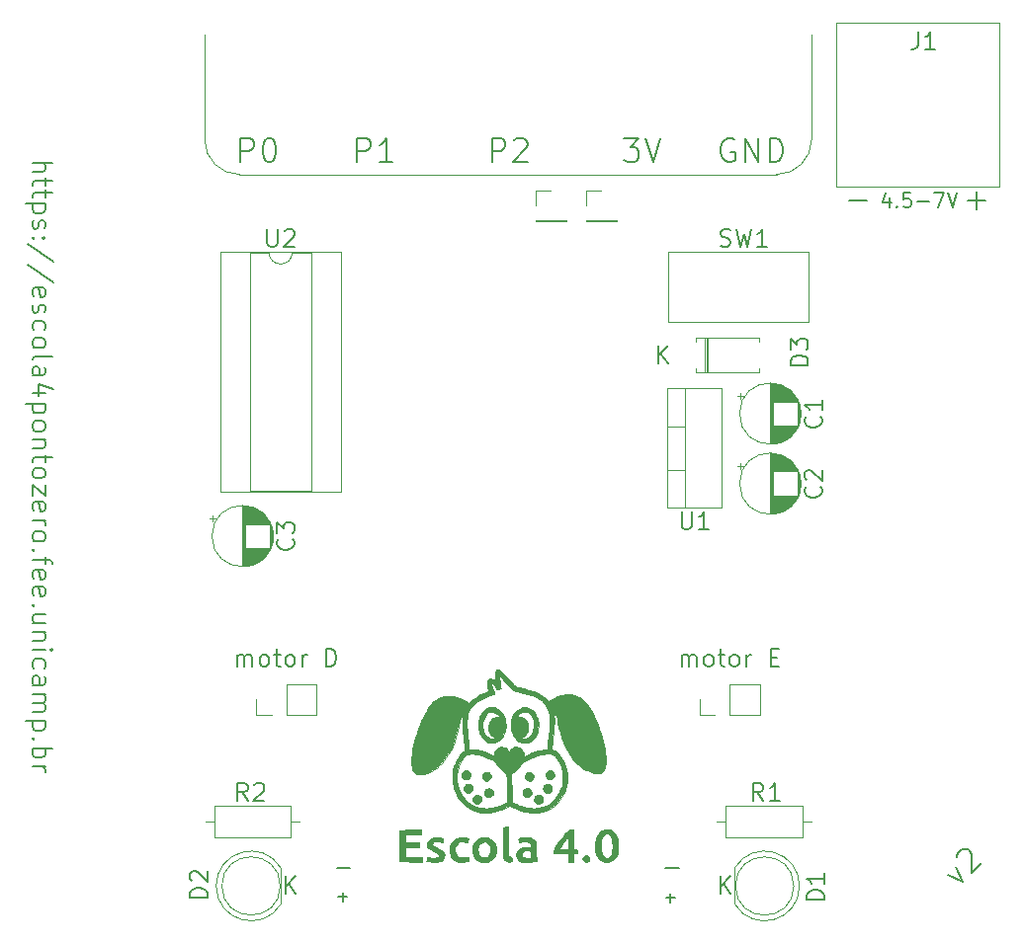
<source format=gbr>
%TF.GenerationSoftware,KiCad,Pcbnew,(6.0.11)*%
%TF.CreationDate,2024-03-11T20:00:13-03:00*%
%TF.ProjectId,bitmovel,6269746d-6f76-4656-9c2e-6b696361645f,rev?*%
%TF.SameCoordinates,Original*%
%TF.FileFunction,Legend,Top*%
%TF.FilePolarity,Positive*%
%FSLAX46Y46*%
G04 Gerber Fmt 4.6, Leading zero omitted, Abs format (unit mm)*
G04 Created by KiCad (PCBNEW (6.0.11)) date 2024-03-11 20:00:13*
%MOMM*%
%LPD*%
G01*
G04 APERTURE LIST*
%ADD10C,0.200000*%
%ADD11C,0.150000*%
%ADD12C,0.120000*%
%ADD13C,0.010000*%
G04 APERTURE END LIST*
D10*
X109230952Y-56014285D02*
X110930952Y-56014285D01*
X109230952Y-56742857D02*
X110121428Y-56742857D01*
X110283333Y-56661904D01*
X110364285Y-56500000D01*
X110364285Y-56257142D01*
X110283333Y-56095238D01*
X110202380Y-56014285D01*
X110364285Y-57309523D02*
X110364285Y-57957142D01*
X110930952Y-57552380D02*
X109473809Y-57552380D01*
X109311904Y-57633333D01*
X109230952Y-57795238D01*
X109230952Y-57957142D01*
X110364285Y-58280952D02*
X110364285Y-58928571D01*
X110930952Y-58523809D02*
X109473809Y-58523809D01*
X109311904Y-58604761D01*
X109230952Y-58766666D01*
X109230952Y-58928571D01*
X110364285Y-59495238D02*
X108664285Y-59495238D01*
X110283333Y-59495238D02*
X110364285Y-59657142D01*
X110364285Y-59980952D01*
X110283333Y-60142857D01*
X110202380Y-60223809D01*
X110040476Y-60304761D01*
X109554761Y-60304761D01*
X109392857Y-60223809D01*
X109311904Y-60142857D01*
X109230952Y-59980952D01*
X109230952Y-59657142D01*
X109311904Y-59495238D01*
X109311904Y-60952380D02*
X109230952Y-61114285D01*
X109230952Y-61438095D01*
X109311904Y-61600000D01*
X109473809Y-61680952D01*
X109554761Y-61680952D01*
X109716666Y-61600000D01*
X109797619Y-61438095D01*
X109797619Y-61195238D01*
X109878571Y-61033333D01*
X110040476Y-60952380D01*
X110121428Y-60952380D01*
X110283333Y-61033333D01*
X110364285Y-61195238D01*
X110364285Y-61438095D01*
X110283333Y-61600000D01*
X109392857Y-62409523D02*
X109311904Y-62490476D01*
X109230952Y-62409523D01*
X109311904Y-62328571D01*
X109392857Y-62409523D01*
X109230952Y-62409523D01*
X110283333Y-62409523D02*
X110202380Y-62490476D01*
X110121428Y-62409523D01*
X110202380Y-62328571D01*
X110283333Y-62409523D01*
X110121428Y-62409523D01*
X111011904Y-64433333D02*
X108826190Y-62976190D01*
X111011904Y-66214285D02*
X108826190Y-64757142D01*
X109311904Y-67428571D02*
X109230952Y-67266666D01*
X109230952Y-66942857D01*
X109311904Y-66780952D01*
X109473809Y-66700000D01*
X110121428Y-66700000D01*
X110283333Y-66780952D01*
X110364285Y-66942857D01*
X110364285Y-67266666D01*
X110283333Y-67428571D01*
X110121428Y-67509523D01*
X109959523Y-67509523D01*
X109797619Y-66700000D01*
X109311904Y-68157142D02*
X109230952Y-68319047D01*
X109230952Y-68642857D01*
X109311904Y-68804761D01*
X109473809Y-68885714D01*
X109554761Y-68885714D01*
X109716666Y-68804761D01*
X109797619Y-68642857D01*
X109797619Y-68400000D01*
X109878571Y-68238095D01*
X110040476Y-68157142D01*
X110121428Y-68157142D01*
X110283333Y-68238095D01*
X110364285Y-68400000D01*
X110364285Y-68642857D01*
X110283333Y-68804761D01*
X109311904Y-70342857D02*
X109230952Y-70180952D01*
X109230952Y-69857142D01*
X109311904Y-69695238D01*
X109392857Y-69614285D01*
X109554761Y-69533333D01*
X110040476Y-69533333D01*
X110202380Y-69614285D01*
X110283333Y-69695238D01*
X110364285Y-69857142D01*
X110364285Y-70180952D01*
X110283333Y-70342857D01*
X109230952Y-71314285D02*
X109311904Y-71152380D01*
X109392857Y-71071428D01*
X109554761Y-70990476D01*
X110040476Y-70990476D01*
X110202380Y-71071428D01*
X110283333Y-71152380D01*
X110364285Y-71314285D01*
X110364285Y-71557142D01*
X110283333Y-71719047D01*
X110202380Y-71800000D01*
X110040476Y-71880952D01*
X109554761Y-71880952D01*
X109392857Y-71800000D01*
X109311904Y-71719047D01*
X109230952Y-71557142D01*
X109230952Y-71314285D01*
X109230952Y-72852380D02*
X109311904Y-72690476D01*
X109473809Y-72609523D01*
X110930952Y-72609523D01*
X109230952Y-74228571D02*
X110121428Y-74228571D01*
X110283333Y-74147619D01*
X110364285Y-73985714D01*
X110364285Y-73661904D01*
X110283333Y-73500000D01*
X109311904Y-74228571D02*
X109230952Y-74066666D01*
X109230952Y-73661904D01*
X109311904Y-73500000D01*
X109473809Y-73419047D01*
X109635714Y-73419047D01*
X109797619Y-73500000D01*
X109878571Y-73661904D01*
X109878571Y-74066666D01*
X109959523Y-74228571D01*
X110364285Y-75766666D02*
X109230952Y-75766666D01*
X111011904Y-75361904D02*
X109797619Y-74957142D01*
X109797619Y-76009523D01*
X110364285Y-76657142D02*
X108664285Y-76657142D01*
X110283333Y-76657142D02*
X110364285Y-76819047D01*
X110364285Y-77142857D01*
X110283333Y-77304761D01*
X110202380Y-77385714D01*
X110040476Y-77466666D01*
X109554761Y-77466666D01*
X109392857Y-77385714D01*
X109311904Y-77304761D01*
X109230952Y-77142857D01*
X109230952Y-76819047D01*
X109311904Y-76657142D01*
X109230952Y-78438095D02*
X109311904Y-78276190D01*
X109392857Y-78195238D01*
X109554761Y-78114285D01*
X110040476Y-78114285D01*
X110202380Y-78195238D01*
X110283333Y-78276190D01*
X110364285Y-78438095D01*
X110364285Y-78680952D01*
X110283333Y-78842857D01*
X110202380Y-78923809D01*
X110040476Y-79004761D01*
X109554761Y-79004761D01*
X109392857Y-78923809D01*
X109311904Y-78842857D01*
X109230952Y-78680952D01*
X109230952Y-78438095D01*
X110364285Y-79733333D02*
X109230952Y-79733333D01*
X110202380Y-79733333D02*
X110283333Y-79814285D01*
X110364285Y-79976190D01*
X110364285Y-80219047D01*
X110283333Y-80380952D01*
X110121428Y-80461904D01*
X109230952Y-80461904D01*
X110364285Y-81028571D02*
X110364285Y-81676190D01*
X110930952Y-81271428D02*
X109473809Y-81271428D01*
X109311904Y-81352380D01*
X109230952Y-81514285D01*
X109230952Y-81676190D01*
X109230952Y-82485714D02*
X109311904Y-82323809D01*
X109392857Y-82242857D01*
X109554761Y-82161904D01*
X110040476Y-82161904D01*
X110202380Y-82242857D01*
X110283333Y-82323809D01*
X110364285Y-82485714D01*
X110364285Y-82728571D01*
X110283333Y-82890476D01*
X110202380Y-82971428D01*
X110040476Y-83052380D01*
X109554761Y-83052380D01*
X109392857Y-82971428D01*
X109311904Y-82890476D01*
X109230952Y-82728571D01*
X109230952Y-82485714D01*
X110364285Y-83619047D02*
X110364285Y-84509523D01*
X109230952Y-83619047D01*
X109230952Y-84509523D01*
X109311904Y-85804761D02*
X109230952Y-85642857D01*
X109230952Y-85319047D01*
X109311904Y-85157142D01*
X109473809Y-85076190D01*
X110121428Y-85076190D01*
X110283333Y-85157142D01*
X110364285Y-85319047D01*
X110364285Y-85642857D01*
X110283333Y-85804761D01*
X110121428Y-85885714D01*
X109959523Y-85885714D01*
X109797619Y-85076190D01*
X109230952Y-86614285D02*
X110364285Y-86614285D01*
X110040476Y-86614285D02*
X110202380Y-86695238D01*
X110283333Y-86776190D01*
X110364285Y-86938095D01*
X110364285Y-87100000D01*
X109230952Y-87909523D02*
X109311904Y-87747619D01*
X109392857Y-87666666D01*
X109554761Y-87585714D01*
X110040476Y-87585714D01*
X110202380Y-87666666D01*
X110283333Y-87747619D01*
X110364285Y-87909523D01*
X110364285Y-88152380D01*
X110283333Y-88314285D01*
X110202380Y-88395238D01*
X110040476Y-88476190D01*
X109554761Y-88476190D01*
X109392857Y-88395238D01*
X109311904Y-88314285D01*
X109230952Y-88152380D01*
X109230952Y-87909523D01*
X109392857Y-89204761D02*
X109311904Y-89285714D01*
X109230952Y-89204761D01*
X109311904Y-89123809D01*
X109392857Y-89204761D01*
X109230952Y-89204761D01*
X110364285Y-89771428D02*
X110364285Y-90419047D01*
X109230952Y-90014285D02*
X110688095Y-90014285D01*
X110850000Y-90095238D01*
X110930952Y-90257142D01*
X110930952Y-90419047D01*
X109311904Y-91633333D02*
X109230952Y-91471428D01*
X109230952Y-91147619D01*
X109311904Y-90985714D01*
X109473809Y-90904761D01*
X110121428Y-90904761D01*
X110283333Y-90985714D01*
X110364285Y-91147619D01*
X110364285Y-91471428D01*
X110283333Y-91633333D01*
X110121428Y-91714285D01*
X109959523Y-91714285D01*
X109797619Y-90904761D01*
X109311904Y-93090476D02*
X109230952Y-92928571D01*
X109230952Y-92604761D01*
X109311904Y-92442857D01*
X109473809Y-92361904D01*
X110121428Y-92361904D01*
X110283333Y-92442857D01*
X110364285Y-92604761D01*
X110364285Y-92928571D01*
X110283333Y-93090476D01*
X110121428Y-93171428D01*
X109959523Y-93171428D01*
X109797619Y-92361904D01*
X109392857Y-93900000D02*
X109311904Y-93980952D01*
X109230952Y-93900000D01*
X109311904Y-93819047D01*
X109392857Y-93900000D01*
X109230952Y-93900000D01*
X110364285Y-95438095D02*
X109230952Y-95438095D01*
X110364285Y-94709523D02*
X109473809Y-94709523D01*
X109311904Y-94790476D01*
X109230952Y-94952380D01*
X109230952Y-95195238D01*
X109311904Y-95357142D01*
X109392857Y-95438095D01*
X110364285Y-96247619D02*
X109230952Y-96247619D01*
X110202380Y-96247619D02*
X110283333Y-96328571D01*
X110364285Y-96490476D01*
X110364285Y-96733333D01*
X110283333Y-96895238D01*
X110121428Y-96976190D01*
X109230952Y-96976190D01*
X109230952Y-97785714D02*
X110364285Y-97785714D01*
X110930952Y-97785714D02*
X110850000Y-97704761D01*
X110769047Y-97785714D01*
X110850000Y-97866666D01*
X110930952Y-97785714D01*
X110769047Y-97785714D01*
X109311904Y-99323809D02*
X109230952Y-99161904D01*
X109230952Y-98838095D01*
X109311904Y-98676190D01*
X109392857Y-98595238D01*
X109554761Y-98514285D01*
X110040476Y-98514285D01*
X110202380Y-98595238D01*
X110283333Y-98676190D01*
X110364285Y-98838095D01*
X110364285Y-99161904D01*
X110283333Y-99323809D01*
X109230952Y-100780952D02*
X110121428Y-100780952D01*
X110283333Y-100700000D01*
X110364285Y-100538095D01*
X110364285Y-100214285D01*
X110283333Y-100052380D01*
X109311904Y-100780952D02*
X109230952Y-100619047D01*
X109230952Y-100214285D01*
X109311904Y-100052380D01*
X109473809Y-99971428D01*
X109635714Y-99971428D01*
X109797619Y-100052380D01*
X109878571Y-100214285D01*
X109878571Y-100619047D01*
X109959523Y-100780952D01*
X109230952Y-101590476D02*
X110364285Y-101590476D01*
X110202380Y-101590476D02*
X110283333Y-101671428D01*
X110364285Y-101833333D01*
X110364285Y-102076190D01*
X110283333Y-102238095D01*
X110121428Y-102319047D01*
X109230952Y-102319047D01*
X110121428Y-102319047D02*
X110283333Y-102400000D01*
X110364285Y-102561904D01*
X110364285Y-102804761D01*
X110283333Y-102966666D01*
X110121428Y-103047619D01*
X109230952Y-103047619D01*
X110364285Y-103857142D02*
X108664285Y-103857142D01*
X110283333Y-103857142D02*
X110364285Y-104019047D01*
X110364285Y-104342857D01*
X110283333Y-104504761D01*
X110202380Y-104585714D01*
X110040476Y-104666666D01*
X109554761Y-104666666D01*
X109392857Y-104585714D01*
X109311904Y-104504761D01*
X109230952Y-104342857D01*
X109230952Y-104019047D01*
X109311904Y-103857142D01*
X109392857Y-105395238D02*
X109311904Y-105476190D01*
X109230952Y-105395238D01*
X109311904Y-105314285D01*
X109392857Y-105395238D01*
X109230952Y-105395238D01*
X109230952Y-106204761D02*
X110930952Y-106204761D01*
X110283333Y-106204761D02*
X110364285Y-106366666D01*
X110364285Y-106690476D01*
X110283333Y-106852380D01*
X110202380Y-106933333D01*
X110040476Y-107014285D01*
X109554761Y-107014285D01*
X109392857Y-106933333D01*
X109311904Y-106852380D01*
X109230952Y-106690476D01*
X109230952Y-106366666D01*
X109311904Y-106204761D01*
X109230952Y-107742857D02*
X110364285Y-107742857D01*
X110040476Y-107742857D02*
X110202380Y-107823809D01*
X110283333Y-107904761D01*
X110364285Y-108066666D01*
X110364285Y-108228571D01*
X187662801Y-117039106D02*
X188942328Y-117645198D01*
X188336236Y-116365671D01*
X188470923Y-115557549D02*
X188470923Y-115422862D01*
X188538267Y-115220832D01*
X188874984Y-114884114D01*
X189077015Y-114816771D01*
X189211702Y-114816771D01*
X189413732Y-114884114D01*
X189548419Y-115018801D01*
X189683106Y-115288175D01*
X189683106Y-116904419D01*
X190558572Y-116028954D01*
D11*
X127073690Y-55904761D02*
X127073690Y-53904761D01*
X127835595Y-53904761D01*
X128026071Y-54000000D01*
X128121309Y-54095238D01*
X128216547Y-54285714D01*
X128216547Y-54571428D01*
X128121309Y-54761904D01*
X128026071Y-54857142D01*
X127835595Y-54952380D01*
X127073690Y-54952380D01*
X129454642Y-53904761D02*
X129645119Y-53904761D01*
X129835595Y-54000000D01*
X129930833Y-54095238D01*
X130026071Y-54285714D01*
X130121309Y-54666666D01*
X130121309Y-55142857D01*
X130026071Y-55523809D01*
X129930833Y-55714285D01*
X129835595Y-55809523D01*
X129645119Y-55904761D01*
X129454642Y-55904761D01*
X129264166Y-55809523D01*
X129168928Y-55714285D01*
X129073690Y-55523809D01*
X128978452Y-55142857D01*
X128978452Y-54666666D01*
X129073690Y-54285714D01*
X129168928Y-54095238D01*
X129264166Y-54000000D01*
X129454642Y-53904761D01*
X137073690Y-55904761D02*
X137073690Y-53904761D01*
X137835595Y-53904761D01*
X138026071Y-54000000D01*
X138121309Y-54095238D01*
X138216547Y-54285714D01*
X138216547Y-54571428D01*
X138121309Y-54761904D01*
X138026071Y-54857142D01*
X137835595Y-54952380D01*
X137073690Y-54952380D01*
X140121309Y-55904761D02*
X138978452Y-55904761D01*
X139549880Y-55904761D02*
X139549880Y-53904761D01*
X139359404Y-54190476D01*
X139168928Y-54380952D01*
X138978452Y-54476190D01*
X148597500Y-55904761D02*
X148597500Y-53904761D01*
X149359404Y-53904761D01*
X149549880Y-54000000D01*
X149645119Y-54095238D01*
X149740357Y-54285714D01*
X149740357Y-54571428D01*
X149645119Y-54761904D01*
X149549880Y-54857142D01*
X149359404Y-54952380D01*
X148597500Y-54952380D01*
X150502261Y-54095238D02*
X150597500Y-54000000D01*
X150787976Y-53904761D01*
X151264166Y-53904761D01*
X151454642Y-54000000D01*
X151549880Y-54095238D01*
X151645119Y-54285714D01*
X151645119Y-54476190D01*
X151549880Y-54761904D01*
X150407023Y-55904761D01*
X151645119Y-55904761D01*
X159930833Y-53904761D02*
X161168928Y-53904761D01*
X160502261Y-54666666D01*
X160787976Y-54666666D01*
X160978452Y-54761904D01*
X161073690Y-54857142D01*
X161168928Y-55047619D01*
X161168928Y-55523809D01*
X161073690Y-55714285D01*
X160978452Y-55809523D01*
X160787976Y-55904761D01*
X160216547Y-55904761D01*
X160026071Y-55809523D01*
X159930833Y-55714285D01*
X161740357Y-53904761D02*
X162407023Y-55904761D01*
X163073690Y-53904761D01*
X169359404Y-54000000D02*
X169168928Y-53904761D01*
X168883214Y-53904761D01*
X168597500Y-54000000D01*
X168407023Y-54190476D01*
X168311785Y-54380952D01*
X168216547Y-54761904D01*
X168216547Y-55047619D01*
X168311785Y-55428571D01*
X168407023Y-55619047D01*
X168597500Y-55809523D01*
X168883214Y-55904761D01*
X169073690Y-55904761D01*
X169359404Y-55809523D01*
X169454642Y-55714285D01*
X169454642Y-55047619D01*
X169073690Y-55047619D01*
X170311785Y-55904761D02*
X170311785Y-53904761D01*
X171454642Y-55904761D01*
X171454642Y-53904761D01*
X172407023Y-55904761D02*
X172407023Y-53904761D01*
X172883214Y-53904761D01*
X173168928Y-54000000D01*
X173359404Y-54190476D01*
X173454642Y-54380952D01*
X173549880Y-54761904D01*
X173549880Y-55047619D01*
X173454642Y-55428571D01*
X173359404Y-55619047D01*
X173168928Y-55809523D01*
X172883214Y-55904761D01*
X172407023Y-55904761D01*
D10*
%TO.C,R1*%
X171850000Y-110678571D02*
X171350000Y-109964285D01*
X170992857Y-110678571D02*
X170992857Y-109178571D01*
X171564285Y-109178571D01*
X171707142Y-109250000D01*
X171778571Y-109321428D01*
X171850000Y-109464285D01*
X171850000Y-109678571D01*
X171778571Y-109821428D01*
X171707142Y-109892857D01*
X171564285Y-109964285D01*
X170992857Y-109964285D01*
X173278571Y-110678571D02*
X172421428Y-110678571D01*
X172850000Y-110678571D02*
X172850000Y-109178571D01*
X172707142Y-109392857D01*
X172564285Y-109535714D01*
X172421428Y-109607142D01*
%TO.C,U2*%
X129367142Y-61678571D02*
X129367142Y-62892857D01*
X129438571Y-63035714D01*
X129510000Y-63107142D01*
X129652857Y-63178571D01*
X129938571Y-63178571D01*
X130081428Y-63107142D01*
X130152857Y-63035714D01*
X130224285Y-62892857D01*
X130224285Y-61678571D01*
X130867142Y-61821428D02*
X130938571Y-61750000D01*
X131081428Y-61678571D01*
X131438571Y-61678571D01*
X131581428Y-61750000D01*
X131652857Y-61821428D01*
X131724285Y-61964285D01*
X131724285Y-62107142D01*
X131652857Y-62321428D01*
X130795714Y-63178571D01*
X131724285Y-63178571D01*
%TO.C,REF\u002A\u002A*%
X126785714Y-99178571D02*
X126785714Y-98178571D01*
X126785714Y-98321428D02*
X126857142Y-98250000D01*
X127000000Y-98178571D01*
X127214285Y-98178571D01*
X127357142Y-98250000D01*
X127428571Y-98392857D01*
X127428571Y-99178571D01*
X127428571Y-98392857D02*
X127500000Y-98250000D01*
X127642857Y-98178571D01*
X127857142Y-98178571D01*
X128000000Y-98250000D01*
X128071428Y-98392857D01*
X128071428Y-99178571D01*
X129000000Y-99178571D02*
X128857142Y-99107142D01*
X128785714Y-99035714D01*
X128714285Y-98892857D01*
X128714285Y-98464285D01*
X128785714Y-98321428D01*
X128857142Y-98250000D01*
X129000000Y-98178571D01*
X129214285Y-98178571D01*
X129357142Y-98250000D01*
X129428571Y-98321428D01*
X129500000Y-98464285D01*
X129500000Y-98892857D01*
X129428571Y-99035714D01*
X129357142Y-99107142D01*
X129214285Y-99178571D01*
X129000000Y-99178571D01*
X129928571Y-98178571D02*
X130500000Y-98178571D01*
X130142857Y-97678571D02*
X130142857Y-98964285D01*
X130214285Y-99107142D01*
X130357142Y-99178571D01*
X130500000Y-99178571D01*
X131214285Y-99178571D02*
X131071428Y-99107142D01*
X131000000Y-99035714D01*
X130928571Y-98892857D01*
X130928571Y-98464285D01*
X131000000Y-98321428D01*
X131071428Y-98250000D01*
X131214285Y-98178571D01*
X131428571Y-98178571D01*
X131571428Y-98250000D01*
X131642857Y-98321428D01*
X131714285Y-98464285D01*
X131714285Y-98892857D01*
X131642857Y-99035714D01*
X131571428Y-99107142D01*
X131428571Y-99178571D01*
X131214285Y-99178571D01*
X132357142Y-99178571D02*
X132357142Y-98178571D01*
X132357142Y-98464285D02*
X132428571Y-98321428D01*
X132500000Y-98250000D01*
X132642857Y-98178571D01*
X132785714Y-98178571D01*
X134428571Y-99178571D02*
X134428571Y-97678571D01*
X134785714Y-97678571D01*
X135000000Y-97750000D01*
X135142857Y-97892857D01*
X135214285Y-98035714D01*
X135285714Y-98321428D01*
X135285714Y-98535714D01*
X135214285Y-98821428D01*
X135142857Y-98964285D01*
X135000000Y-99107142D01*
X134785714Y-99178571D01*
X134428571Y-99178571D01*
X164857142Y-99178571D02*
X164857142Y-98178571D01*
X164857142Y-98321428D02*
X164928571Y-98250000D01*
X165071428Y-98178571D01*
X165285714Y-98178571D01*
X165428571Y-98250000D01*
X165500000Y-98392857D01*
X165500000Y-99178571D01*
X165500000Y-98392857D02*
X165571428Y-98250000D01*
X165714285Y-98178571D01*
X165928571Y-98178571D01*
X166071428Y-98250000D01*
X166142857Y-98392857D01*
X166142857Y-99178571D01*
X167071428Y-99178571D02*
X166928571Y-99107142D01*
X166857142Y-99035714D01*
X166785714Y-98892857D01*
X166785714Y-98464285D01*
X166857142Y-98321428D01*
X166928571Y-98250000D01*
X167071428Y-98178571D01*
X167285714Y-98178571D01*
X167428571Y-98250000D01*
X167500000Y-98321428D01*
X167571428Y-98464285D01*
X167571428Y-98892857D01*
X167500000Y-99035714D01*
X167428571Y-99107142D01*
X167285714Y-99178571D01*
X167071428Y-99178571D01*
X168000000Y-98178571D02*
X168571428Y-98178571D01*
X168214285Y-97678571D02*
X168214285Y-98964285D01*
X168285714Y-99107142D01*
X168428571Y-99178571D01*
X168571428Y-99178571D01*
X169285714Y-99178571D02*
X169142857Y-99107142D01*
X169071428Y-99035714D01*
X169000000Y-98892857D01*
X169000000Y-98464285D01*
X169071428Y-98321428D01*
X169142857Y-98250000D01*
X169285714Y-98178571D01*
X169500000Y-98178571D01*
X169642857Y-98250000D01*
X169714285Y-98321428D01*
X169785714Y-98464285D01*
X169785714Y-98892857D01*
X169714285Y-99035714D01*
X169642857Y-99107142D01*
X169500000Y-99178571D01*
X169285714Y-99178571D01*
X170428571Y-99178571D02*
X170428571Y-98178571D01*
X170428571Y-98464285D02*
X170500000Y-98321428D01*
X170571428Y-98250000D01*
X170714285Y-98178571D01*
X170857142Y-98178571D01*
X172500000Y-98392857D02*
X173000000Y-98392857D01*
X173214285Y-99178571D02*
X172500000Y-99178571D01*
X172500000Y-97678571D01*
X173214285Y-97678571D01*
%TO.C,U1*%
X164857142Y-85928571D02*
X164857142Y-87142857D01*
X164928571Y-87285714D01*
X165000000Y-87357142D01*
X165142857Y-87428571D01*
X165428571Y-87428571D01*
X165571428Y-87357142D01*
X165642857Y-87285714D01*
X165714285Y-87142857D01*
X165714285Y-85928571D01*
X167214285Y-87428571D02*
X166357142Y-87428571D01*
X166785714Y-87428571D02*
X166785714Y-85928571D01*
X166642857Y-86142857D01*
X166500000Y-86285714D01*
X166357142Y-86357142D01*
%TO.C,SW1*%
X168200000Y-63107142D02*
X168414285Y-63178571D01*
X168771428Y-63178571D01*
X168914285Y-63107142D01*
X168985714Y-63035714D01*
X169057142Y-62892857D01*
X169057142Y-62750000D01*
X168985714Y-62607142D01*
X168914285Y-62535714D01*
X168771428Y-62464285D01*
X168485714Y-62392857D01*
X168342857Y-62321428D01*
X168271428Y-62250000D01*
X168200000Y-62107142D01*
X168200000Y-61964285D01*
X168271428Y-61821428D01*
X168342857Y-61750000D01*
X168485714Y-61678571D01*
X168842857Y-61678571D01*
X169057142Y-61750000D01*
X169557142Y-61678571D02*
X169914285Y-63178571D01*
X170200000Y-62107142D01*
X170485714Y-63178571D01*
X170842857Y-61678571D01*
X172200000Y-63178571D02*
X171342857Y-63178571D01*
X171771428Y-63178571D02*
X171771428Y-61678571D01*
X171628571Y-61892857D01*
X171485714Y-62035714D01*
X171342857Y-62107142D01*
%TO.C,D3*%
X175678571Y-73357142D02*
X174178571Y-73357142D01*
X174178571Y-73000000D01*
X174250000Y-72785714D01*
X174392857Y-72642857D01*
X174535714Y-72571428D01*
X174821428Y-72500000D01*
X175035714Y-72500000D01*
X175321428Y-72571428D01*
X175464285Y-72642857D01*
X175607142Y-72785714D01*
X175678571Y-73000000D01*
X175678571Y-73357142D01*
X174178571Y-72000000D02*
X174178571Y-71071428D01*
X174750000Y-71571428D01*
X174750000Y-71357142D01*
X174821428Y-71214285D01*
X174892857Y-71142857D01*
X175035714Y-71071428D01*
X175392857Y-71071428D01*
X175535714Y-71142857D01*
X175607142Y-71214285D01*
X175678571Y-71357142D01*
X175678571Y-71785714D01*
X175607142Y-71928571D01*
X175535714Y-72000000D01*
X162827142Y-73178571D02*
X162827142Y-71678571D01*
X163684285Y-73178571D02*
X163041428Y-72321428D01*
X163684285Y-71678571D02*
X162827142Y-72535714D01*
%TO.C,C1*%
X176735714Y-77750000D02*
X176807142Y-77821428D01*
X176878571Y-78035714D01*
X176878571Y-78178571D01*
X176807142Y-78392857D01*
X176664285Y-78535714D01*
X176521428Y-78607142D01*
X176235714Y-78678571D01*
X176021428Y-78678571D01*
X175735714Y-78607142D01*
X175592857Y-78535714D01*
X175450000Y-78392857D01*
X175378571Y-78178571D01*
X175378571Y-78035714D01*
X175450000Y-77821428D01*
X175521428Y-77750000D01*
X176878571Y-76321428D02*
X176878571Y-77178571D01*
X176878571Y-76750000D02*
X175378571Y-76750000D01*
X175592857Y-76892857D01*
X175735714Y-77035714D01*
X175807142Y-77178571D01*
%TO.C,C2*%
X176735714Y-83750000D02*
X176807142Y-83821428D01*
X176878571Y-84035714D01*
X176878571Y-84178571D01*
X176807142Y-84392857D01*
X176664285Y-84535714D01*
X176521428Y-84607142D01*
X176235714Y-84678571D01*
X176021428Y-84678571D01*
X175735714Y-84607142D01*
X175592857Y-84535714D01*
X175450000Y-84392857D01*
X175378571Y-84178571D01*
X175378571Y-84035714D01*
X175450000Y-83821428D01*
X175521428Y-83750000D01*
X175521428Y-83178571D02*
X175450000Y-83107142D01*
X175378571Y-82964285D01*
X175378571Y-82607142D01*
X175450000Y-82464285D01*
X175521428Y-82392857D01*
X175664285Y-82321428D01*
X175807142Y-82321428D01*
X176021428Y-82392857D01*
X176878571Y-83250000D01*
X176878571Y-82321428D01*
%TO.C,C3*%
X131535714Y-88250000D02*
X131607142Y-88321428D01*
X131678571Y-88535714D01*
X131678571Y-88678571D01*
X131607142Y-88892857D01*
X131464285Y-89035714D01*
X131321428Y-89107142D01*
X131035714Y-89178571D01*
X130821428Y-89178571D01*
X130535714Y-89107142D01*
X130392857Y-89035714D01*
X130250000Y-88892857D01*
X130178571Y-88678571D01*
X130178571Y-88535714D01*
X130250000Y-88321428D01*
X130321428Y-88250000D01*
X130178571Y-87750000D02*
X130178571Y-86821428D01*
X130750000Y-87321428D01*
X130750000Y-87107142D01*
X130821428Y-86964285D01*
X130892857Y-86892857D01*
X131035714Y-86821428D01*
X131392857Y-86821428D01*
X131535714Y-86892857D01*
X131607142Y-86964285D01*
X131678571Y-87107142D01*
X131678571Y-87535714D01*
X131607142Y-87678571D01*
X131535714Y-87750000D01*
%TO.C,J1*%
X185100000Y-44778571D02*
X185100000Y-45850000D01*
X185028571Y-46064285D01*
X184885714Y-46207142D01*
X184671428Y-46278571D01*
X184528571Y-46278571D01*
X186600000Y-46278571D02*
X185742857Y-46278571D01*
X186171428Y-46278571D02*
X186171428Y-44778571D01*
X186028571Y-44992857D01*
X185885714Y-45135714D01*
X185742857Y-45207142D01*
X189398095Y-59242857D02*
X190921904Y-59242857D01*
X190160000Y-60004761D02*
X190160000Y-58480952D01*
X179238095Y-59242857D02*
X180761904Y-59242857D01*
D11*
X182640476Y-58982142D02*
X182640476Y-59815476D01*
X182342857Y-58505952D02*
X182045238Y-59398809D01*
X182819047Y-59398809D01*
X183295238Y-59696428D02*
X183354761Y-59755952D01*
X183295238Y-59815476D01*
X183235714Y-59755952D01*
X183295238Y-59696428D01*
X183295238Y-59815476D01*
X184485714Y-58565476D02*
X183890476Y-58565476D01*
X183830952Y-59160714D01*
X183890476Y-59101190D01*
X184009523Y-59041666D01*
X184307142Y-59041666D01*
X184426190Y-59101190D01*
X184485714Y-59160714D01*
X184545238Y-59279761D01*
X184545238Y-59577380D01*
X184485714Y-59696428D01*
X184426190Y-59755952D01*
X184307142Y-59815476D01*
X184009523Y-59815476D01*
X183890476Y-59755952D01*
X183830952Y-59696428D01*
X185080952Y-59339285D02*
X186033333Y-59339285D01*
X186509523Y-58565476D02*
X187342857Y-58565476D01*
X186807142Y-59815476D01*
X187640476Y-58565476D02*
X188057142Y-59815476D01*
X188473809Y-58565476D01*
D10*
%TO.C,D1*%
X177078571Y-119207142D02*
X175578571Y-119207142D01*
X175578571Y-118850000D01*
X175650000Y-118635714D01*
X175792857Y-118492857D01*
X175935714Y-118421428D01*
X176221428Y-118350000D01*
X176435714Y-118350000D01*
X176721428Y-118421428D01*
X176864285Y-118492857D01*
X177007142Y-118635714D01*
X177078571Y-118850000D01*
X177078571Y-119207142D01*
X177078571Y-116921428D02*
X177078571Y-117778571D01*
X177078571Y-117350000D02*
X175578571Y-117350000D01*
X175792857Y-117492857D01*
X175935714Y-117635714D01*
X176007142Y-117778571D01*
X168207142Y-118678571D02*
X168207142Y-117178571D01*
X169064285Y-118678571D02*
X168421428Y-117821428D01*
X169064285Y-117178571D02*
X168207142Y-118035714D01*
%TO.C,R2*%
X127687600Y-110678571D02*
X127187600Y-109964285D01*
X126830457Y-110678571D02*
X126830457Y-109178571D01*
X127401885Y-109178571D01*
X127544742Y-109250000D01*
X127616171Y-109321428D01*
X127687600Y-109464285D01*
X127687600Y-109678571D01*
X127616171Y-109821428D01*
X127544742Y-109892857D01*
X127401885Y-109964285D01*
X126830457Y-109964285D01*
X128259028Y-109321428D02*
X128330457Y-109250000D01*
X128473314Y-109178571D01*
X128830457Y-109178571D01*
X128973314Y-109250000D01*
X129044742Y-109321428D01*
X129116171Y-109464285D01*
X129116171Y-109607142D01*
X129044742Y-109821428D01*
X128187600Y-110678571D01*
X129116171Y-110678571D01*
%TO.C,D2*%
X124228571Y-119007142D02*
X122728571Y-119007142D01*
X122728571Y-118650000D01*
X122800000Y-118435714D01*
X122942857Y-118292857D01*
X123085714Y-118221428D01*
X123371428Y-118150000D01*
X123585714Y-118150000D01*
X123871428Y-118221428D01*
X124014285Y-118292857D01*
X124157142Y-118435714D01*
X124228571Y-118650000D01*
X124228571Y-119007142D01*
X122871428Y-117578571D02*
X122800000Y-117507142D01*
X122728571Y-117364285D01*
X122728571Y-117007142D01*
X122800000Y-116864285D01*
X122871428Y-116792857D01*
X123014285Y-116721428D01*
X123157142Y-116721428D01*
X123371428Y-116792857D01*
X124228571Y-117650000D01*
X124228571Y-116721428D01*
X130957142Y-118678571D02*
X130957142Y-117178571D01*
X131814285Y-118678571D02*
X131171428Y-117821428D01*
X131814285Y-117178571D02*
X130957142Y-118035714D01*
D11*
%TO.C,J6*%
X136194752Y-118927571D02*
X135432847Y-118927571D01*
X135813800Y-118546619D02*
X135813800Y-119308523D01*
D10*
X136461428Y-116428057D02*
X135318571Y-116428057D01*
%TO.C,J9*%
X163461771Y-116439142D02*
X164604628Y-116439142D01*
D11*
X163901428Y-119405352D02*
X163901428Y-118643447D01*
X164282380Y-119024400D02*
X163520476Y-119024400D01*
D12*
%TO.C,R1*%
X175190000Y-111130000D02*
X168650000Y-111130000D01*
X168650000Y-113870000D02*
X175190000Y-113870000D01*
X175960000Y-112500000D02*
X175190000Y-112500000D01*
X168650000Y-111130000D02*
X168650000Y-113870000D01*
X175190000Y-113870000D02*
X175190000Y-111130000D01*
X167880000Y-112500000D02*
X168650000Y-112500000D01*
%TO.C,J2*%
X127000000Y-57000000D02*
X173000000Y-57000000D01*
X176000000Y-54000000D02*
X176000000Y-45000000D01*
X124000000Y-54000000D02*
X124000000Y-45000000D01*
X173000000Y-57000000D02*
G75*
G03*
X176000000Y-54000000I0J3000000D01*
G01*
X124000000Y-54000000D02*
G75*
G03*
X127000000Y-57000000I3000001J1D01*
G01*
%TO.C,U2*%
X125370000Y-84170000D02*
X135650000Y-84170000D01*
X133160000Y-84110000D02*
X133160000Y-63670000D01*
X135650000Y-63610000D02*
X125370000Y-63610000D01*
X133160000Y-63670000D02*
X131510000Y-63670000D01*
X135650000Y-84170000D02*
X135650000Y-63610000D01*
X125370000Y-63610000D02*
X125370000Y-84170000D01*
X127860000Y-84110000D02*
X133160000Y-84110000D01*
X129510000Y-63670000D02*
X127860000Y-63670000D01*
X127860000Y-63670000D02*
X127860000Y-84110000D01*
X129510000Y-63670000D02*
G75*
G03*
X131510000Y-63670000I1000000J0D01*
G01*
%TO.C,G\u002A\u002A\u002A*%
G36*
X150529072Y-103189737D02*
G01*
X150671462Y-103021359D01*
X150680358Y-103012293D01*
X150823902Y-102883757D01*
X150968978Y-102788768D01*
X151120685Y-102724764D01*
X151284125Y-102689181D01*
X151334106Y-102683841D01*
X151514335Y-102686207D01*
X151689173Y-102722777D01*
X151856103Y-102791582D01*
X152012606Y-102890654D01*
X152156163Y-103018023D01*
X152284254Y-103171723D01*
X152394362Y-103349785D01*
X152483968Y-103550240D01*
X152499924Y-103594936D01*
X152557695Y-103813591D01*
X152588357Y-104046595D01*
X152592170Y-104285742D01*
X152569392Y-104522825D01*
X152520280Y-104749638D01*
X152457952Y-104928392D01*
X152368885Y-105108907D01*
X152260693Y-105267486D01*
X152133514Y-105408293D01*
X151998949Y-105527452D01*
X151865114Y-105616196D01*
X151724214Y-105679382D01*
X151670386Y-105696770D01*
X151572204Y-105715884D01*
X151454356Y-105724230D01*
X151331201Y-105721948D01*
X151217097Y-105709176D01*
X151142487Y-105691661D01*
X150956798Y-105613601D01*
X150788833Y-105504555D01*
X150639582Y-105365733D01*
X150510037Y-105198347D01*
X150401191Y-105003609D01*
X150314034Y-104782730D01*
X150269306Y-104624990D01*
X150246224Y-104495834D01*
X150232605Y-104344070D01*
X150228563Y-104182152D01*
X150234214Y-104022535D01*
X150249673Y-103877673D01*
X150261772Y-103811643D01*
X150326411Y-103580708D01*
X150327439Y-103578312D01*
X150728420Y-103578312D01*
X150831389Y-103543314D01*
X150959374Y-103517963D01*
X151094372Y-103523641D01*
X151225958Y-103559556D01*
X151263269Y-103576136D01*
X151347334Y-103630166D01*
X151434805Y-103708062D01*
X151516187Y-103799775D01*
X151581982Y-103895258D01*
X151603848Y-103936510D01*
X151661403Y-104094081D01*
X151695866Y-104268478D01*
X151705811Y-104447420D01*
X151689815Y-104618626D01*
X151685527Y-104640786D01*
X151656753Y-104739193D01*
X151611512Y-104848397D01*
X151556567Y-104954382D01*
X151498679Y-105043135D01*
X151480427Y-105065853D01*
X151417059Y-105128404D01*
X151340593Y-105187540D01*
X151262834Y-105235135D01*
X151195587Y-105263064D01*
X151192893Y-105263754D01*
X151152986Y-105278872D01*
X151148320Y-105296249D01*
X151179196Y-105316469D01*
X151229179Y-105334924D01*
X151354442Y-105357514D01*
X151488752Y-105351057D01*
X151620874Y-105316597D01*
X151673841Y-105293615D01*
X151804699Y-105209787D01*
X151923702Y-105095341D01*
X152027085Y-104955032D01*
X152111081Y-104793614D01*
X152148873Y-104693883D01*
X152205590Y-104474687D01*
X152228488Y-104257994D01*
X152218129Y-104036087D01*
X152203747Y-103938053D01*
X152158246Y-103748100D01*
X152092732Y-103576990D01*
X152009712Y-103426602D01*
X151911696Y-103298815D01*
X151801190Y-103195507D01*
X151680704Y-103118559D01*
X151552745Y-103069847D01*
X151419821Y-103051253D01*
X151284440Y-103064654D01*
X151149111Y-103111930D01*
X151120546Y-103126547D01*
X151044687Y-103178244D01*
X150961682Y-103251763D01*
X150881364Y-103336860D01*
X150813564Y-103423287D01*
X150774757Y-103486872D01*
X150728420Y-103578312D01*
X150327439Y-103578312D01*
X150414783Y-103374796D01*
X150529072Y-103189737D01*
G37*
D13*
X150529072Y-103189737D02*
X150671462Y-103021359D01*
X150680358Y-103012293D01*
X150823902Y-102883757D01*
X150968978Y-102788768D01*
X151120685Y-102724764D01*
X151284125Y-102689181D01*
X151334106Y-102683841D01*
X151514335Y-102686207D01*
X151689173Y-102722777D01*
X151856103Y-102791582D01*
X152012606Y-102890654D01*
X152156163Y-103018023D01*
X152284254Y-103171723D01*
X152394362Y-103349785D01*
X152483968Y-103550240D01*
X152499924Y-103594936D01*
X152557695Y-103813591D01*
X152588357Y-104046595D01*
X152592170Y-104285742D01*
X152569392Y-104522825D01*
X152520280Y-104749638D01*
X152457952Y-104928392D01*
X152368885Y-105108907D01*
X152260693Y-105267486D01*
X152133514Y-105408293D01*
X151998949Y-105527452D01*
X151865114Y-105616196D01*
X151724214Y-105679382D01*
X151670386Y-105696770D01*
X151572204Y-105715884D01*
X151454356Y-105724230D01*
X151331201Y-105721948D01*
X151217097Y-105709176D01*
X151142487Y-105691661D01*
X150956798Y-105613601D01*
X150788833Y-105504555D01*
X150639582Y-105365733D01*
X150510037Y-105198347D01*
X150401191Y-105003609D01*
X150314034Y-104782730D01*
X150269306Y-104624990D01*
X150246224Y-104495834D01*
X150232605Y-104344070D01*
X150228563Y-104182152D01*
X150234214Y-104022535D01*
X150249673Y-103877673D01*
X150261772Y-103811643D01*
X150326411Y-103580708D01*
X150327439Y-103578312D01*
X150728420Y-103578312D01*
X150831389Y-103543314D01*
X150959374Y-103517963D01*
X151094372Y-103523641D01*
X151225958Y-103559556D01*
X151263269Y-103576136D01*
X151347334Y-103630166D01*
X151434805Y-103708062D01*
X151516187Y-103799775D01*
X151581982Y-103895258D01*
X151603848Y-103936510D01*
X151661403Y-104094081D01*
X151695866Y-104268478D01*
X151705811Y-104447420D01*
X151689815Y-104618626D01*
X151685527Y-104640786D01*
X151656753Y-104739193D01*
X151611512Y-104848397D01*
X151556567Y-104954382D01*
X151498679Y-105043135D01*
X151480427Y-105065853D01*
X151417059Y-105128404D01*
X151340593Y-105187540D01*
X151262834Y-105235135D01*
X151195587Y-105263064D01*
X151192893Y-105263754D01*
X151152986Y-105278872D01*
X151148320Y-105296249D01*
X151179196Y-105316469D01*
X151229179Y-105334924D01*
X151354442Y-105357514D01*
X151488752Y-105351057D01*
X151620874Y-105316597D01*
X151673841Y-105293615D01*
X151804699Y-105209787D01*
X151923702Y-105095341D01*
X152027085Y-104955032D01*
X152111081Y-104793614D01*
X152148873Y-104693883D01*
X152205590Y-104474687D01*
X152228488Y-104257994D01*
X152218129Y-104036087D01*
X152203747Y-103938053D01*
X152158246Y-103748100D01*
X152092732Y-103576990D01*
X152009712Y-103426602D01*
X151911696Y-103298815D01*
X151801190Y-103195507D01*
X151680704Y-103118559D01*
X151552745Y-103069847D01*
X151419821Y-103051253D01*
X151284440Y-103064654D01*
X151149111Y-103111930D01*
X151120546Y-103126547D01*
X151044687Y-103178244D01*
X150961682Y-103251763D01*
X150881364Y-103336860D01*
X150813564Y-103423287D01*
X150774757Y-103486872D01*
X150728420Y-103578312D01*
X150327439Y-103578312D01*
X150414783Y-103374796D01*
X150529072Y-103189737D01*
G36*
X147454667Y-103869226D02*
G01*
X147502895Y-103658983D01*
X147574444Y-103458795D01*
X147669111Y-103272447D01*
X147786694Y-103103720D01*
X147926990Y-102956398D01*
X148073086Y-102844860D01*
X148243836Y-102754354D01*
X148419901Y-102699592D01*
X148599939Y-102680651D01*
X148782605Y-102697607D01*
X148966558Y-102750534D01*
X149056572Y-102789533D01*
X149161872Y-102853495D01*
X149272394Y-102943722D01*
X149380699Y-103052473D01*
X149479345Y-103172009D01*
X149560893Y-103294589D01*
X149585632Y-103339929D01*
X149663756Y-103506441D01*
X149720717Y-103661801D01*
X149758954Y-103816667D01*
X149780908Y-103981699D01*
X149789017Y-104167556D01*
X149789116Y-104228929D01*
X149787465Y-104345485D01*
X149783409Y-104436307D01*
X149775801Y-104511926D01*
X149763493Y-104582874D01*
X149745339Y-104659679D01*
X149739979Y-104680174D01*
X149668022Y-104897214D01*
X149573279Y-105095144D01*
X149458111Y-105271247D01*
X149324880Y-105422803D01*
X149175946Y-105547096D01*
X149013672Y-105641407D01*
X148854624Y-105699357D01*
X148774347Y-105713496D01*
X148672394Y-105721333D01*
X148562852Y-105722702D01*
X148459809Y-105717431D01*
X148377352Y-105705354D01*
X148376249Y-105705098D01*
X148278582Y-105672473D01*
X148168478Y-105620003D01*
X148058159Y-105554461D01*
X147959846Y-105482623D01*
X147932784Y-105459291D01*
X147787131Y-105304771D01*
X147666424Y-105130046D01*
X147570459Y-104938899D01*
X147499034Y-104735113D01*
X147451945Y-104522470D01*
X147428989Y-104304753D01*
X147429098Y-104280082D01*
X147799529Y-104280082D01*
X147810914Y-104435997D01*
X147834534Y-104572871D01*
X147839075Y-104590733D01*
X147903386Y-104779608D01*
X147988698Y-104947634D01*
X148092559Y-105091791D01*
X148212519Y-105209056D01*
X148346127Y-105296408D01*
X148444904Y-105337632D01*
X148529568Y-105353572D01*
X148631176Y-105355685D01*
X148733480Y-105344806D01*
X148820235Y-105321773D01*
X148829786Y-105317815D01*
X148873379Y-105297771D01*
X148886930Y-105286328D01*
X148873802Y-105277915D01*
X148857000Y-105272728D01*
X148747099Y-105226339D01*
X148638442Y-105154925D01*
X148567491Y-105091512D01*
X148466023Y-104962280D01*
X148390546Y-104813386D01*
X148341076Y-104650506D01*
X148317629Y-104479316D01*
X148320222Y-104305491D01*
X148348870Y-104134708D01*
X148403592Y-103972643D01*
X148484402Y-103824970D01*
X148563567Y-103725544D01*
X148675339Y-103628880D01*
X148800133Y-103561071D01*
X148932399Y-103523733D01*
X149066583Y-103518482D01*
X149188108Y-103543770D01*
X149242629Y-103560251D01*
X149280384Y-103567746D01*
X149292429Y-103565419D01*
X149281419Y-103536914D01*
X149252127Y-103488604D01*
X149210164Y-103427992D01*
X149161138Y-103362586D01*
X149110659Y-103299890D01*
X149064336Y-103247408D01*
X149030271Y-103214649D01*
X148895953Y-103124825D01*
X148757330Y-103070462D01*
X148616921Y-103051378D01*
X148477245Y-103067395D01*
X148340821Y-103118334D01*
X148210166Y-103204015D01*
X148129035Y-103278766D01*
X148027782Y-103405330D01*
X147939518Y-103558841D01*
X147868613Y-103730997D01*
X147838820Y-103829786D01*
X147813477Y-103963807D01*
X147800381Y-104118295D01*
X147799529Y-104280082D01*
X147429098Y-104280082D01*
X147429965Y-104085744D01*
X147454667Y-103869226D01*
G37*
X147454667Y-103869226D02*
X147502895Y-103658983D01*
X147574444Y-103458795D01*
X147669111Y-103272447D01*
X147786694Y-103103720D01*
X147926990Y-102956398D01*
X148073086Y-102844860D01*
X148243836Y-102754354D01*
X148419901Y-102699592D01*
X148599939Y-102680651D01*
X148782605Y-102697607D01*
X148966558Y-102750534D01*
X149056572Y-102789533D01*
X149161872Y-102853495D01*
X149272394Y-102943722D01*
X149380699Y-103052473D01*
X149479345Y-103172009D01*
X149560893Y-103294589D01*
X149585632Y-103339929D01*
X149663756Y-103506441D01*
X149720717Y-103661801D01*
X149758954Y-103816667D01*
X149780908Y-103981699D01*
X149789017Y-104167556D01*
X149789116Y-104228929D01*
X149787465Y-104345485D01*
X149783409Y-104436307D01*
X149775801Y-104511926D01*
X149763493Y-104582874D01*
X149745339Y-104659679D01*
X149739979Y-104680174D01*
X149668022Y-104897214D01*
X149573279Y-105095144D01*
X149458111Y-105271247D01*
X149324880Y-105422803D01*
X149175946Y-105547096D01*
X149013672Y-105641407D01*
X148854624Y-105699357D01*
X148774347Y-105713496D01*
X148672394Y-105721333D01*
X148562852Y-105722702D01*
X148459809Y-105717431D01*
X148377352Y-105705354D01*
X148376249Y-105705098D01*
X148278582Y-105672473D01*
X148168478Y-105620003D01*
X148058159Y-105554461D01*
X147959846Y-105482623D01*
X147932784Y-105459291D01*
X147787131Y-105304771D01*
X147666424Y-105130046D01*
X147570459Y-104938899D01*
X147499034Y-104735113D01*
X147451945Y-104522470D01*
X147428989Y-104304753D01*
X147429098Y-104280082D01*
X147799529Y-104280082D01*
X147810914Y-104435997D01*
X147834534Y-104572871D01*
X147839075Y-104590733D01*
X147903386Y-104779608D01*
X147988698Y-104947634D01*
X148092559Y-105091791D01*
X148212519Y-105209056D01*
X148346127Y-105296408D01*
X148444904Y-105337632D01*
X148529568Y-105353572D01*
X148631176Y-105355685D01*
X148733480Y-105344806D01*
X148820235Y-105321773D01*
X148829786Y-105317815D01*
X148873379Y-105297771D01*
X148886930Y-105286328D01*
X148873802Y-105277915D01*
X148857000Y-105272728D01*
X148747099Y-105226339D01*
X148638442Y-105154925D01*
X148567491Y-105091512D01*
X148466023Y-104962280D01*
X148390546Y-104813386D01*
X148341076Y-104650506D01*
X148317629Y-104479316D01*
X148320222Y-104305491D01*
X148348870Y-104134708D01*
X148403592Y-103972643D01*
X148484402Y-103824970D01*
X148563567Y-103725544D01*
X148675339Y-103628880D01*
X148800133Y-103561071D01*
X148932399Y-103523733D01*
X149066583Y-103518482D01*
X149188108Y-103543770D01*
X149242629Y-103560251D01*
X149280384Y-103567746D01*
X149292429Y-103565419D01*
X149281419Y-103536914D01*
X149252127Y-103488604D01*
X149210164Y-103427992D01*
X149161138Y-103362586D01*
X149110659Y-103299890D01*
X149064336Y-103247408D01*
X149030271Y-103214649D01*
X148895953Y-103124825D01*
X148757330Y-103070462D01*
X148616921Y-103051378D01*
X148477245Y-103067395D01*
X148340821Y-103118334D01*
X148210166Y-103204015D01*
X148129035Y-103278766D01*
X148027782Y-103405330D01*
X147939518Y-103558841D01*
X147868613Y-103730997D01*
X147838820Y-103829786D01*
X147813477Y-103963807D01*
X147800381Y-104118295D01*
X147799529Y-104280082D01*
X147429098Y-104280082D01*
X147429965Y-104085744D01*
X147454667Y-103869226D01*
G36*
X146684767Y-109257237D02*
G01*
X146780345Y-109296215D01*
X146866222Y-109363840D01*
X146912050Y-109420568D01*
X146951980Y-109508045D01*
X146968833Y-109611473D01*
X146961471Y-109717899D01*
X146943728Y-109781077D01*
X146890068Y-109874270D01*
X146812138Y-109947349D01*
X146717389Y-109997231D01*
X146613276Y-110020833D01*
X146507253Y-110015075D01*
X146434929Y-109991484D01*
X146343260Y-109933236D01*
X146268092Y-109853973D01*
X146215432Y-109762162D01*
X146191284Y-109666273D01*
X146190399Y-109646677D01*
X146205117Y-109531735D01*
X146247326Y-109433789D01*
X146311711Y-109354501D01*
X146392961Y-109295538D01*
X146485762Y-109258563D01*
X146584802Y-109245241D01*
X146684767Y-109257237D01*
G37*
X146684767Y-109257237D02*
X146780345Y-109296215D01*
X146866222Y-109363840D01*
X146912050Y-109420568D01*
X146951980Y-109508045D01*
X146968833Y-109611473D01*
X146961471Y-109717899D01*
X146943728Y-109781077D01*
X146890068Y-109874270D01*
X146812138Y-109947349D01*
X146717389Y-109997231D01*
X146613276Y-110020833D01*
X146507253Y-110015075D01*
X146434929Y-109991484D01*
X146343260Y-109933236D01*
X146268092Y-109853973D01*
X146215432Y-109762162D01*
X146191284Y-109666273D01*
X146190399Y-109646677D01*
X146205117Y-109531735D01*
X146247326Y-109433789D01*
X146311711Y-109354501D01*
X146392961Y-109295538D01*
X146485762Y-109258563D01*
X146584802Y-109245241D01*
X146684767Y-109257237D01*
G36*
X145270194Y-108067181D02*
G01*
X145351224Y-107749972D01*
X145466674Y-107442546D01*
X145616320Y-107146175D01*
X145728238Y-106965433D01*
X145798661Y-106866493D01*
X145878922Y-106764904D01*
X145963632Y-106666517D01*
X146047402Y-106577186D01*
X146124842Y-106502762D01*
X146190564Y-106449098D01*
X146221750Y-106429497D01*
X146265372Y-106397779D01*
X146280444Y-106359054D01*
X146280715Y-106351338D01*
X146278926Y-106322481D01*
X146273845Y-106262081D01*
X146265900Y-106174689D01*
X146255520Y-106064857D01*
X146243133Y-105937137D01*
X146229168Y-105796079D01*
X146217863Y-105683744D01*
X146201288Y-105518897D01*
X146184460Y-105349193D01*
X146168113Y-105182215D01*
X146152984Y-105025547D01*
X146139807Y-104886771D01*
X146129317Y-104773468D01*
X146126035Y-104736929D01*
X146115766Y-104600767D01*
X146107447Y-104449520D01*
X146101189Y-104290140D01*
X146097105Y-104129577D01*
X146095901Y-104026008D01*
X146462143Y-104026008D01*
X146462583Y-104110733D01*
X146464095Y-104193646D01*
X146466970Y-104278734D01*
X146471498Y-104369983D01*
X146477969Y-104471379D01*
X146486673Y-104586909D01*
X146497899Y-104720559D01*
X146511939Y-104876316D01*
X146529082Y-105058166D01*
X146549618Y-105270095D01*
X146561395Y-105390072D01*
X146576576Y-105544457D01*
X146591128Y-105692878D01*
X146604539Y-105830074D01*
X146616296Y-105950789D01*
X146625887Y-106049764D01*
X146632799Y-106121742D01*
X146635868Y-106154309D01*
X146647807Y-106283547D01*
X146940511Y-106292946D01*
X147140673Y-106305230D01*
X147337134Y-106329950D01*
X147535234Y-106368544D01*
X147740311Y-106422447D01*
X147957703Y-106493096D01*
X148192750Y-106581929D01*
X148450791Y-106690382D01*
X148503215Y-106713482D01*
X148757215Y-106826149D01*
X148771097Y-106752182D01*
X148819266Y-106569340D01*
X148889762Y-106413783D01*
X148982070Y-106286205D01*
X149095675Y-106187298D01*
X149230062Y-106117755D01*
X149247072Y-106111586D01*
X149355026Y-106086659D01*
X149475993Y-106078977D01*
X149595983Y-106088202D01*
X149701005Y-106113997D01*
X149723512Y-106123098D01*
X149795106Y-106165651D01*
X149871535Y-106228000D01*
X149943652Y-106300887D01*
X150002307Y-106375055D01*
X150038352Y-106441246D01*
X150038617Y-106441973D01*
X150055911Y-106483060D01*
X150069619Y-106504287D01*
X150071681Y-106505114D01*
X150084247Y-106489697D01*
X150105948Y-106450841D01*
X150123079Y-106415954D01*
X150198599Y-106295244D01*
X150298160Y-106198689D01*
X150416936Y-106128460D01*
X150550102Y-106086725D01*
X150692832Y-106075653D01*
X150834867Y-106096010D01*
X150979283Y-106150577D01*
X151105205Y-106234538D01*
X151209772Y-106344542D01*
X151290125Y-106477238D01*
X151343402Y-106629275D01*
X151358742Y-106709708D01*
X151366189Y-106777551D01*
X151368724Y-106835263D01*
X151366186Y-106867896D01*
X151363030Y-106897351D01*
X151368033Y-106905000D01*
X151388194Y-106897342D01*
X151433108Y-106876731D01*
X151495206Y-106846711D01*
X151539077Y-106824897D01*
X151794815Y-106704135D01*
X152056803Y-106594857D01*
X152318989Y-106499008D01*
X152575320Y-106418533D01*
X152819744Y-106355375D01*
X153046209Y-106311480D01*
X153195087Y-106292864D01*
X153347357Y-106279072D01*
X153386899Y-105934358D01*
X153420272Y-105640674D01*
X153449202Y-105379613D01*
X153473968Y-105147820D01*
X153494848Y-104941940D01*
X153512123Y-104758620D01*
X153526069Y-104594503D01*
X153536967Y-104446235D01*
X153545095Y-104310463D01*
X153550731Y-104183831D01*
X153554155Y-104062984D01*
X153555645Y-103944569D01*
X153555762Y-103902358D01*
X153553967Y-103709534D01*
X153547925Y-103545111D01*
X153536893Y-103401373D01*
X153520122Y-103270604D01*
X153496868Y-103145089D01*
X153472452Y-103040726D01*
X153408364Y-102836770D01*
X153322238Y-102646882D01*
X153212888Y-102470311D01*
X153079126Y-102306307D01*
X152919766Y-102154120D01*
X152733621Y-102013000D01*
X152519504Y-101882198D01*
X152276229Y-101760961D01*
X152002608Y-101648542D01*
X151697455Y-101544189D01*
X151359583Y-101447152D01*
X150987805Y-101356681D01*
X150716529Y-101298834D01*
X150611323Y-101277086D01*
X150535124Y-101259669D01*
X150481271Y-101244236D01*
X150443104Y-101228444D01*
X150413965Y-101209946D01*
X150387192Y-101186398D01*
X150381519Y-101180860D01*
X150355639Y-101154156D01*
X150308126Y-101103905D01*
X150241916Y-101033258D01*
X150159947Y-100945370D01*
X150065158Y-100843391D01*
X149960485Y-100730476D01*
X149848866Y-100609777D01*
X149791358Y-100547479D01*
X149679905Y-100426895D01*
X149576030Y-100314931D01*
X149482308Y-100214335D01*
X149401315Y-100127851D01*
X149335629Y-100058227D01*
X149287825Y-100008207D01*
X149260480Y-99980537D01*
X149254986Y-99975808D01*
X149251015Y-99992110D01*
X149250919Y-100039083D01*
X149254223Y-100111374D01*
X149260449Y-100203631D01*
X149269122Y-100310502D01*
X149279765Y-100426633D01*
X149291902Y-100546671D01*
X149305056Y-100665265D01*
X149318752Y-100777061D01*
X149332512Y-100876707D01*
X149338752Y-100917109D01*
X149349296Y-100987053D01*
X149356175Y-101041746D01*
X149358366Y-101072601D01*
X149357731Y-101076318D01*
X149339203Y-101081098D01*
X149294526Y-101089879D01*
X149233388Y-101100986D01*
X149165479Y-101112745D01*
X149100489Y-101123481D01*
X149048106Y-101131522D01*
X149018021Y-101135192D01*
X149016599Y-101135255D01*
X149002619Y-101120332D01*
X148980930Y-101081852D01*
X148966931Y-101052129D01*
X148883263Y-100906722D01*
X148770088Y-100778578D01*
X148681976Y-100706636D01*
X148626436Y-100668569D01*
X148583019Y-100641747D01*
X148559253Y-100630730D01*
X148557202Y-100631037D01*
X148556609Y-100653676D01*
X148566874Y-100704395D01*
X148586192Y-100777271D01*
X148612757Y-100866380D01*
X148644764Y-100965798D01*
X148680406Y-101069603D01*
X148717879Y-101171869D01*
X148737437Y-101222343D01*
X148772730Y-101312119D01*
X148803269Y-101391003D01*
X148826505Y-101452321D01*
X148839889Y-101489394D01*
X148841951Y-101496089D01*
X148831043Y-101511468D01*
X148791064Y-101533260D01*
X148720113Y-101562315D01*
X148616285Y-101599486D01*
X148593929Y-101607115D01*
X148399080Y-101674823D01*
X148229438Y-101737642D01*
X148075036Y-101799585D01*
X147925902Y-101864665D01*
X147772069Y-101936895D01*
X147759357Y-101943056D01*
X147561907Y-102044703D01*
X147391800Y-102145740D01*
X147240662Y-102251957D01*
X147100121Y-102369143D01*
X146988035Y-102476348D01*
X146908290Y-102558232D01*
X146848237Y-102624784D01*
X146800930Y-102685308D01*
X146759419Y-102749107D01*
X146716756Y-102825484D01*
X146692261Y-102872385D01*
X146616326Y-103036508D01*
X146557086Y-103204414D01*
X146513297Y-103382352D01*
X146483709Y-103576575D01*
X146467078Y-103793330D01*
X146462143Y-104026008D01*
X146095901Y-104026008D01*
X146095305Y-103974783D01*
X146095901Y-103832709D01*
X146099005Y-103710306D01*
X146104729Y-103614524D01*
X146107573Y-103586886D01*
X146121574Y-103470985D01*
X146028388Y-103479939D01*
X145973334Y-103486991D01*
X145934606Y-103495216D01*
X145924347Y-103499748D01*
X145917887Y-103520606D01*
X145907336Y-103570806D01*
X145893931Y-103643798D01*
X145878910Y-103733033D01*
X145871574Y-103779168D01*
X145784976Y-104255740D01*
X145676010Y-104722248D01*
X145546021Y-105174760D01*
X145396351Y-105609345D01*
X145228343Y-106022073D01*
X145043341Y-106409011D01*
X144861550Y-106735072D01*
X144691229Y-106996021D01*
X144502121Y-107244952D01*
X144298597Y-107477302D01*
X144085032Y-107688507D01*
X143865797Y-107874007D01*
X143645267Y-108029237D01*
X143587316Y-108064631D01*
X143314064Y-108207288D01*
X143027746Y-108321311D01*
X142734994Y-108404477D01*
X142442437Y-108454565D01*
X142414848Y-108457527D01*
X142271153Y-108456574D01*
X142143217Y-108423020D01*
X142031218Y-108357035D01*
X141935334Y-108258785D01*
X141855741Y-108128441D01*
X141792618Y-107966170D01*
X141758161Y-107832912D01*
X141738306Y-107707307D01*
X141725596Y-107553666D01*
X141720017Y-107379524D01*
X141721555Y-107192418D01*
X141730194Y-106999884D01*
X141745921Y-106809458D01*
X141760358Y-106687231D01*
X141814401Y-106342220D01*
X141884431Y-105989131D01*
X141969127Y-105631204D01*
X142067165Y-105271681D01*
X142177224Y-104913803D01*
X142297979Y-104560812D01*
X142428109Y-104215950D01*
X142566291Y-103882457D01*
X142711203Y-103563576D01*
X142861522Y-103262548D01*
X143015924Y-102982614D01*
X143173089Y-102727015D01*
X143331692Y-102498994D01*
X143490411Y-102301791D01*
X143595854Y-102188827D01*
X143777616Y-102032026D01*
X143981304Y-101903464D01*
X144207691Y-101802727D01*
X144454761Y-101730041D01*
X144601722Y-101705482D01*
X144771113Y-101692268D01*
X144950903Y-101690383D01*
X145129059Y-101699814D01*
X145293550Y-101720543D01*
X145349038Y-101731180D01*
X145605353Y-101797381D01*
X145856411Y-101886309D01*
X146109322Y-102000891D01*
X146371191Y-102144051D01*
X146413469Y-102169245D01*
X146627866Y-102298358D01*
X146781877Y-102152573D01*
X146958273Y-102002609D01*
X147166691Y-101855338D01*
X147402871Y-101713280D01*
X147662549Y-101578955D01*
X147941464Y-101454881D01*
X148007199Y-101428333D01*
X148097284Y-101393003D01*
X148181194Y-101360788D01*
X148250045Y-101335053D01*
X148294954Y-101319165D01*
X148297645Y-101318293D01*
X148364218Y-101297009D01*
X148310670Y-101139183D01*
X148245706Y-100930342D01*
X148202228Y-100750149D01*
X148180251Y-100598730D01*
X148179790Y-100476207D01*
X148200862Y-100382705D01*
X148214118Y-100355491D01*
X148279309Y-100275809D01*
X148362551Y-100226818D01*
X148459966Y-100210286D01*
X148511399Y-100214433D01*
X148566661Y-100228940D01*
X148634924Y-100256913D01*
X148717434Y-100297381D01*
X148887444Y-100384475D01*
X148885829Y-100029773D01*
X148885547Y-99905905D01*
X148886325Y-99812324D01*
X148888675Y-99743037D01*
X148893108Y-99692048D01*
X148900137Y-99653365D01*
X148910273Y-99620992D01*
X148923339Y-99590423D01*
X148956673Y-99533456D01*
X148996106Y-99486491D01*
X149013255Y-99472495D01*
X149079938Y-99446714D01*
X149160450Y-99440581D01*
X149237837Y-99454536D01*
X149264353Y-99465968D01*
X149286043Y-99484140D01*
X149329816Y-99526423D01*
X149393178Y-99590228D01*
X149473639Y-99672968D01*
X149568707Y-99772054D01*
X149675890Y-99884899D01*
X149792695Y-100008915D01*
X149916632Y-100141513D01*
X149967656Y-100196388D01*
X150095519Y-100333487D01*
X150216112Y-100461592D01*
X150327085Y-100578288D01*
X150426093Y-100681159D01*
X150510788Y-100767793D01*
X150578823Y-100835774D01*
X150627850Y-100882688D01*
X150655523Y-100906120D01*
X150659735Y-100908328D01*
X150690787Y-100914914D01*
X150749896Y-100927417D01*
X150829616Y-100944263D01*
X150922502Y-100963879D01*
X150961572Y-100972126D01*
X151380578Y-101069691D01*
X151765781Y-101178356D01*
X152117058Y-101298065D01*
X152434283Y-101428762D01*
X152717331Y-101570389D01*
X152966078Y-101722892D01*
X153180400Y-101886213D01*
X153352925Y-102052340D01*
X153463234Y-102172723D01*
X153642096Y-102062808D01*
X153936696Y-101899123D01*
X154239164Y-101764507D01*
X154543602Y-101661386D01*
X154735720Y-101613258D01*
X154816401Y-101598679D01*
X154904327Y-101588929D01*
X155008131Y-101583406D01*
X155136450Y-101581505D01*
X155188857Y-101581585D01*
X155307680Y-101582793D01*
X155399440Y-101585777D01*
X155473354Y-101591484D01*
X155538636Y-101600861D01*
X155604500Y-101614857D01*
X155666254Y-101630670D01*
X155875460Y-101695919D01*
X156060867Y-101774918D01*
X156228244Y-101871726D01*
X156383362Y-101990403D01*
X156531993Y-102135008D01*
X156679908Y-102309602D01*
X156736082Y-102383249D01*
X156905863Y-102628331D01*
X157072061Y-102901041D01*
X157233461Y-103197558D01*
X157388849Y-103514061D01*
X157537008Y-103846729D01*
X157676725Y-104191739D01*
X157806783Y-104545270D01*
X157925969Y-104903502D01*
X158033065Y-105262611D01*
X158126858Y-105618777D01*
X158206133Y-105968179D01*
X158269673Y-106306994D01*
X158316265Y-106631402D01*
X158344692Y-106937580D01*
X158353740Y-107221708D01*
X158345223Y-107443846D01*
X158319898Y-107661278D01*
X158279426Y-107846744D01*
X158223222Y-108001513D01*
X158150700Y-108126857D01*
X158061274Y-108224045D01*
X157954357Y-108294347D01*
X157952339Y-108295340D01*
X157890097Y-108322452D01*
X157833310Y-108337120D01*
X157766079Y-108342479D01*
X157713187Y-108342518D01*
X157553032Y-108329877D01*
X157372533Y-108297944D01*
X157180380Y-108249192D01*
X156985261Y-108186093D01*
X156795867Y-108111118D01*
X156641369Y-108037560D01*
X156367576Y-107875066D01*
X156104393Y-107678983D01*
X155853503Y-107450891D01*
X155616585Y-107192370D01*
X155395322Y-106905000D01*
X155320723Y-106796143D01*
X155117369Y-106463298D01*
X154928732Y-106099759D01*
X154755849Y-105708441D01*
X154599757Y-105292258D01*
X154461493Y-104854127D01*
X154342093Y-104396960D01*
X154242594Y-103923673D01*
X154190820Y-103619983D01*
X154177307Y-103532300D01*
X154166096Y-103458124D01*
X154158239Y-103404520D01*
X154154788Y-103378553D01*
X154154715Y-103377426D01*
X154138129Y-103372287D01*
X154094587Y-103368600D01*
X154033411Y-103367144D01*
X154031631Y-103367143D01*
X153908547Y-103367143D01*
X153924116Y-103544036D01*
X153931999Y-103671633D01*
X153934760Y-103819244D01*
X153932278Y-103988738D01*
X153924432Y-104181988D01*
X153911101Y-104400863D01*
X153892165Y-104647234D01*
X153867503Y-104922973D01*
X153836994Y-105229948D01*
X153800517Y-105570032D01*
X153783431Y-105722804D01*
X153767946Y-105862649D01*
X153754362Y-105990920D01*
X153743101Y-106103176D01*
X153734586Y-106194974D01*
X153729237Y-106261874D01*
X153727476Y-106299434D01*
X153728091Y-106305855D01*
X153750242Y-106318180D01*
X153793739Y-106330383D01*
X153805264Y-106332646D01*
X153852981Y-106346232D01*
X153920819Y-106371716D01*
X153996629Y-106404405D01*
X154022814Y-106416687D01*
X154093833Y-106452814D01*
X154150022Y-106487927D01*
X154201173Y-106529835D01*
X154257075Y-106586345D01*
X154311351Y-106646806D01*
X154513026Y-106903135D01*
X154684190Y-107176966D01*
X154824512Y-107465660D01*
X154933660Y-107766576D01*
X155011306Y-108077073D01*
X155057117Y-108394511D01*
X155070764Y-108716249D01*
X155051916Y-109039647D01*
X155000241Y-109362064D01*
X154915411Y-109680859D01*
X154797093Y-109993393D01*
X154744616Y-110107215D01*
X154586612Y-110394240D01*
X154404029Y-110655410D01*
X154198595Y-110889860D01*
X153972039Y-111096726D01*
X153726090Y-111275143D01*
X153462477Y-111424245D01*
X153182929Y-111543169D01*
X152889175Y-111631049D01*
X152582944Y-111687021D01*
X152265965Y-111710219D01*
X151939966Y-111699780D01*
X151638825Y-111660653D01*
X151354010Y-111599124D01*
X151059116Y-111514379D01*
X150765880Y-111410531D01*
X150486038Y-111291693D01*
X150258076Y-111176830D01*
X150144224Y-111114324D01*
X149927564Y-111222933D01*
X149630130Y-111362470D01*
X149344380Y-111475974D01*
X149060614Y-111566730D01*
X148769133Y-111638022D01*
X148612072Y-111668353D01*
X148516792Y-111681251D01*
X148395914Y-111691680D01*
X148259124Y-111699363D01*
X148116108Y-111704025D01*
X147976551Y-111705389D01*
X147850140Y-111703179D01*
X147746562Y-111697118D01*
X147716462Y-111693906D01*
X147406918Y-111637376D01*
X147110689Y-111548079D01*
X146829485Y-111427628D01*
X146565013Y-111277636D01*
X146318984Y-111099715D01*
X146093105Y-110895478D01*
X145889085Y-110666538D01*
X145708633Y-110414508D01*
X145553458Y-110140999D01*
X145425268Y-109847625D01*
X145325773Y-109535998D01*
X145294796Y-109408423D01*
X145235887Y-109064795D01*
X145212300Y-108725864D01*
X145212733Y-108713320D01*
X145583302Y-108713320D01*
X145601466Y-109017574D01*
X145651612Y-109316784D01*
X145733059Y-109607945D01*
X145845130Y-109888053D01*
X145987144Y-110154105D01*
X146158423Y-110403097D01*
X146358288Y-110632024D01*
X146370464Y-110644343D01*
X146573854Y-110829628D01*
X146784103Y-110982139D01*
X147006837Y-111105363D01*
X147247679Y-111202791D01*
X147296715Y-111218917D01*
X147439792Y-111261147D01*
X147574348Y-111293167D01*
X147711687Y-111316950D01*
X147863115Y-111334470D01*
X148031500Y-111347183D01*
X148063372Y-111346616D01*
X148122689Y-111343388D01*
X148200752Y-111338039D01*
X148282210Y-111331660D01*
X148616521Y-111287134D01*
X148956406Y-111209157D01*
X149297264Y-111099112D01*
X149634497Y-110958378D01*
X149804965Y-110874529D01*
X149945572Y-110801671D01*
X149945806Y-110717514D01*
X149945163Y-110676758D01*
X149943210Y-110603917D01*
X149940103Y-110503164D01*
X149935997Y-110378671D01*
X149931050Y-110234609D01*
X149925418Y-110075152D01*
X149919256Y-109904470D01*
X149912721Y-109726736D01*
X149905970Y-109546121D01*
X149899158Y-109366798D01*
X149892442Y-109192939D01*
X149885977Y-109028715D01*
X149879922Y-108878299D01*
X149874430Y-108745862D01*
X149869660Y-108635576D01*
X149868126Y-108602497D01*
X150279784Y-108602497D01*
X150280224Y-108733476D01*
X150281512Y-108884219D01*
X150283599Y-109051425D01*
X150286434Y-109231794D01*
X150289968Y-109422023D01*
X150294153Y-109618813D01*
X150298937Y-109818861D01*
X150304273Y-110018868D01*
X150310111Y-110215531D01*
X150316400Y-110405551D01*
X150319802Y-110499806D01*
X150331037Y-110801682D01*
X150578268Y-110919866D01*
X150719085Y-110986136D01*
X150838092Y-111039321D01*
X150945482Y-111083441D01*
X151051448Y-111122516D01*
X151166184Y-111160564D01*
X151270000Y-111192621D01*
X151576979Y-111272189D01*
X151871512Y-111320840D01*
X152159384Y-111339031D01*
X152446383Y-111327220D01*
X152648857Y-111301506D01*
X152928727Y-111238805D01*
X153193768Y-111143842D01*
X153442569Y-111018070D01*
X153673720Y-110862941D01*
X153885807Y-110679908D01*
X154077420Y-110470423D01*
X154247146Y-110235939D01*
X154393574Y-109977909D01*
X154515291Y-109697785D01*
X154610887Y-109397020D01*
X154647149Y-109245429D01*
X154661810Y-109172116D01*
X154672576Y-109103398D01*
X154680014Y-109031474D01*
X154684692Y-108948542D01*
X154687177Y-108846801D01*
X154688037Y-108718450D01*
X154688065Y-108683000D01*
X154687495Y-108546732D01*
X154685419Y-108439032D01*
X154681282Y-108352195D01*
X154674529Y-108278516D01*
X154664609Y-108210289D01*
X154650967Y-108139811D01*
X154648059Y-108126225D01*
X154569022Y-107834718D01*
X154461873Y-107556846D01*
X154328809Y-107296966D01*
X154172026Y-107059437D01*
X154016200Y-106872382D01*
X153955660Y-106810886D01*
X153903570Y-106769113D01*
X153846360Y-106737945D01*
X153773715Y-106709423D01*
X153715286Y-106689620D01*
X153664142Y-106676094D01*
X153611049Y-106667729D01*
X153546773Y-106663405D01*
X153462079Y-106662003D01*
X153383643Y-106662174D01*
X153218522Y-106668117D01*
X153056922Y-106684988D01*
X152892576Y-106714237D01*
X152719220Y-106757316D01*
X152530587Y-106815678D01*
X152320413Y-106890774D01*
X152204357Y-106935417D01*
X152114941Y-106972068D01*
X152010230Y-107017556D01*
X151895344Y-107069398D01*
X151775402Y-107125110D01*
X151655522Y-107182211D01*
X151540824Y-107238217D01*
X151436428Y-107290646D01*
X151347453Y-107337013D01*
X151279017Y-107374838D01*
X151236239Y-107401635D01*
X151226451Y-107409718D01*
X151204017Y-107438040D01*
X151168303Y-107488369D01*
X151125384Y-107552020D01*
X151103617Y-107585357D01*
X151032683Y-107682542D01*
X150938865Y-107792496D01*
X150829483Y-107907881D01*
X150711860Y-108021362D01*
X150593316Y-108125601D01*
X150481174Y-108213262D01*
X150466811Y-108223506D01*
X150399623Y-108270133D01*
X150342409Y-108308607D01*
X150302250Y-108334237D01*
X150287488Y-108342243D01*
X150284043Y-108361155D01*
X150281644Y-108413036D01*
X150280241Y-108494583D01*
X150279784Y-108602497D01*
X149868126Y-108602497D01*
X149865766Y-108551614D01*
X149862906Y-108498148D01*
X149862387Y-108490260D01*
X149851983Y-108342877D01*
X149694670Y-108236597D01*
X149613432Y-108176246D01*
X149519057Y-108097363D01*
X149417986Y-108006215D01*
X149316664Y-107909070D01*
X149221532Y-107812197D01*
X149139034Y-107721863D01*
X149075612Y-107644336D01*
X149053223Y-107612572D01*
X149007603Y-107539178D01*
X148960615Y-107458475D01*
X148935744Y-107413000D01*
X148915858Y-107376373D01*
X148896561Y-107347414D01*
X148872469Y-107322219D01*
X148838201Y-107296884D01*
X148788371Y-107267505D01*
X148717596Y-107230178D01*
X148620493Y-107180998D01*
X148605271Y-107173337D01*
X148294893Y-107026066D01*
X147997679Y-106902964D01*
X147715185Y-106804381D01*
X147448968Y-106730666D01*
X147200585Y-106682171D01*
X146971594Y-106659245D01*
X146763551Y-106662237D01*
X146578014Y-106691499D01*
X146525643Y-106705857D01*
X146463228Y-106726823D01*
X146414293Y-106749973D01*
X146368723Y-106782065D01*
X146316400Y-106829856D01*
X146269993Y-106876624D01*
X146118153Y-107053759D01*
X145978727Y-107258799D01*
X145856111Y-107484263D01*
X145754698Y-107722668D01*
X145727489Y-107800326D01*
X145645635Y-108101692D01*
X145597799Y-108407024D01*
X145583302Y-108713320D01*
X145212733Y-108713320D01*
X145223811Y-108392902D01*
X145270194Y-108067181D01*
G37*
X145270194Y-108067181D02*
X145351224Y-107749972D01*
X145466674Y-107442546D01*
X145616320Y-107146175D01*
X145728238Y-106965433D01*
X145798661Y-106866493D01*
X145878922Y-106764904D01*
X145963632Y-106666517D01*
X146047402Y-106577186D01*
X146124842Y-106502762D01*
X146190564Y-106449098D01*
X146221750Y-106429497D01*
X146265372Y-106397779D01*
X146280444Y-106359054D01*
X146280715Y-106351338D01*
X146278926Y-106322481D01*
X146273845Y-106262081D01*
X146265900Y-106174689D01*
X146255520Y-106064857D01*
X146243133Y-105937137D01*
X146229168Y-105796079D01*
X146217863Y-105683744D01*
X146201288Y-105518897D01*
X146184460Y-105349193D01*
X146168113Y-105182215D01*
X146152984Y-105025547D01*
X146139807Y-104886771D01*
X146129317Y-104773468D01*
X146126035Y-104736929D01*
X146115766Y-104600767D01*
X146107447Y-104449520D01*
X146101189Y-104290140D01*
X146097105Y-104129577D01*
X146095901Y-104026008D01*
X146462143Y-104026008D01*
X146462583Y-104110733D01*
X146464095Y-104193646D01*
X146466970Y-104278734D01*
X146471498Y-104369983D01*
X146477969Y-104471379D01*
X146486673Y-104586909D01*
X146497899Y-104720559D01*
X146511939Y-104876316D01*
X146529082Y-105058166D01*
X146549618Y-105270095D01*
X146561395Y-105390072D01*
X146576576Y-105544457D01*
X146591128Y-105692878D01*
X146604539Y-105830074D01*
X146616296Y-105950789D01*
X146625887Y-106049764D01*
X146632799Y-106121742D01*
X146635868Y-106154309D01*
X146647807Y-106283547D01*
X146940511Y-106292946D01*
X147140673Y-106305230D01*
X147337134Y-106329950D01*
X147535234Y-106368544D01*
X147740311Y-106422447D01*
X147957703Y-106493096D01*
X148192750Y-106581929D01*
X148450791Y-106690382D01*
X148503215Y-106713482D01*
X148757215Y-106826149D01*
X148771097Y-106752182D01*
X148819266Y-106569340D01*
X148889762Y-106413783D01*
X148982070Y-106286205D01*
X149095675Y-106187298D01*
X149230062Y-106117755D01*
X149247072Y-106111586D01*
X149355026Y-106086659D01*
X149475993Y-106078977D01*
X149595983Y-106088202D01*
X149701005Y-106113997D01*
X149723512Y-106123098D01*
X149795106Y-106165651D01*
X149871535Y-106228000D01*
X149943652Y-106300887D01*
X150002307Y-106375055D01*
X150038352Y-106441246D01*
X150038617Y-106441973D01*
X150055911Y-106483060D01*
X150069619Y-106504287D01*
X150071681Y-106505114D01*
X150084247Y-106489697D01*
X150105948Y-106450841D01*
X150123079Y-106415954D01*
X150198599Y-106295244D01*
X150298160Y-106198689D01*
X150416936Y-106128460D01*
X150550102Y-106086725D01*
X150692832Y-106075653D01*
X150834867Y-106096010D01*
X150979283Y-106150577D01*
X151105205Y-106234538D01*
X151209772Y-106344542D01*
X151290125Y-106477238D01*
X151343402Y-106629275D01*
X151358742Y-106709708D01*
X151366189Y-106777551D01*
X151368724Y-106835263D01*
X151366186Y-106867896D01*
X151363030Y-106897351D01*
X151368033Y-106905000D01*
X151388194Y-106897342D01*
X151433108Y-106876731D01*
X151495206Y-106846711D01*
X151539077Y-106824897D01*
X151794815Y-106704135D01*
X152056803Y-106594857D01*
X152318989Y-106499008D01*
X152575320Y-106418533D01*
X152819744Y-106355375D01*
X153046209Y-106311480D01*
X153195087Y-106292864D01*
X153347357Y-106279072D01*
X153386899Y-105934358D01*
X153420272Y-105640674D01*
X153449202Y-105379613D01*
X153473968Y-105147820D01*
X153494848Y-104941940D01*
X153512123Y-104758620D01*
X153526069Y-104594503D01*
X153536967Y-104446235D01*
X153545095Y-104310463D01*
X153550731Y-104183831D01*
X153554155Y-104062984D01*
X153555645Y-103944569D01*
X153555762Y-103902358D01*
X153553967Y-103709534D01*
X153547925Y-103545111D01*
X153536893Y-103401373D01*
X153520122Y-103270604D01*
X153496868Y-103145089D01*
X153472452Y-103040726D01*
X153408364Y-102836770D01*
X153322238Y-102646882D01*
X153212888Y-102470311D01*
X153079126Y-102306307D01*
X152919766Y-102154120D01*
X152733621Y-102013000D01*
X152519504Y-101882198D01*
X152276229Y-101760961D01*
X152002608Y-101648542D01*
X151697455Y-101544189D01*
X151359583Y-101447152D01*
X150987805Y-101356681D01*
X150716529Y-101298834D01*
X150611323Y-101277086D01*
X150535124Y-101259669D01*
X150481271Y-101244236D01*
X150443104Y-101228444D01*
X150413965Y-101209946D01*
X150387192Y-101186398D01*
X150381519Y-101180860D01*
X150355639Y-101154156D01*
X150308126Y-101103905D01*
X150241916Y-101033258D01*
X150159947Y-100945370D01*
X150065158Y-100843391D01*
X149960485Y-100730476D01*
X149848866Y-100609777D01*
X149791358Y-100547479D01*
X149679905Y-100426895D01*
X149576030Y-100314931D01*
X149482308Y-100214335D01*
X149401315Y-100127851D01*
X149335629Y-100058227D01*
X149287825Y-100008207D01*
X149260480Y-99980537D01*
X149254986Y-99975808D01*
X149251015Y-99992110D01*
X149250919Y-100039083D01*
X149254223Y-100111374D01*
X149260449Y-100203631D01*
X149269122Y-100310502D01*
X149279765Y-100426633D01*
X149291902Y-100546671D01*
X149305056Y-100665265D01*
X149318752Y-100777061D01*
X149332512Y-100876707D01*
X149338752Y-100917109D01*
X149349296Y-100987053D01*
X149356175Y-101041746D01*
X149358366Y-101072601D01*
X149357731Y-101076318D01*
X149339203Y-101081098D01*
X149294526Y-101089879D01*
X149233388Y-101100986D01*
X149165479Y-101112745D01*
X149100489Y-101123481D01*
X149048106Y-101131522D01*
X149018021Y-101135192D01*
X149016599Y-101135255D01*
X149002619Y-101120332D01*
X148980930Y-101081852D01*
X148966931Y-101052129D01*
X148883263Y-100906722D01*
X148770088Y-100778578D01*
X148681976Y-100706636D01*
X148626436Y-100668569D01*
X148583019Y-100641747D01*
X148559253Y-100630730D01*
X148557202Y-100631037D01*
X148556609Y-100653676D01*
X148566874Y-100704395D01*
X148586192Y-100777271D01*
X148612757Y-100866380D01*
X148644764Y-100965798D01*
X148680406Y-101069603D01*
X148717879Y-101171869D01*
X148737437Y-101222343D01*
X148772730Y-101312119D01*
X148803269Y-101391003D01*
X148826505Y-101452321D01*
X148839889Y-101489394D01*
X148841951Y-101496089D01*
X148831043Y-101511468D01*
X148791064Y-101533260D01*
X148720113Y-101562315D01*
X148616285Y-101599486D01*
X148593929Y-101607115D01*
X148399080Y-101674823D01*
X148229438Y-101737642D01*
X148075036Y-101799585D01*
X147925902Y-101864665D01*
X147772069Y-101936895D01*
X147759357Y-101943056D01*
X147561907Y-102044703D01*
X147391800Y-102145740D01*
X147240662Y-102251957D01*
X147100121Y-102369143D01*
X146988035Y-102476348D01*
X146908290Y-102558232D01*
X146848237Y-102624784D01*
X146800930Y-102685308D01*
X146759419Y-102749107D01*
X146716756Y-102825484D01*
X146692261Y-102872385D01*
X146616326Y-103036508D01*
X146557086Y-103204414D01*
X146513297Y-103382352D01*
X146483709Y-103576575D01*
X146467078Y-103793330D01*
X146462143Y-104026008D01*
X146095901Y-104026008D01*
X146095305Y-103974783D01*
X146095901Y-103832709D01*
X146099005Y-103710306D01*
X146104729Y-103614524D01*
X146107573Y-103586886D01*
X146121574Y-103470985D01*
X146028388Y-103479939D01*
X145973334Y-103486991D01*
X145934606Y-103495216D01*
X145924347Y-103499748D01*
X145917887Y-103520606D01*
X145907336Y-103570806D01*
X145893931Y-103643798D01*
X145878910Y-103733033D01*
X145871574Y-103779168D01*
X145784976Y-104255740D01*
X145676010Y-104722248D01*
X145546021Y-105174760D01*
X145396351Y-105609345D01*
X145228343Y-106022073D01*
X145043341Y-106409011D01*
X144861550Y-106735072D01*
X144691229Y-106996021D01*
X144502121Y-107244952D01*
X144298597Y-107477302D01*
X144085032Y-107688507D01*
X143865797Y-107874007D01*
X143645267Y-108029237D01*
X143587316Y-108064631D01*
X143314064Y-108207288D01*
X143027746Y-108321311D01*
X142734994Y-108404477D01*
X142442437Y-108454565D01*
X142414848Y-108457527D01*
X142271153Y-108456574D01*
X142143217Y-108423020D01*
X142031218Y-108357035D01*
X141935334Y-108258785D01*
X141855741Y-108128441D01*
X141792618Y-107966170D01*
X141758161Y-107832912D01*
X141738306Y-107707307D01*
X141725596Y-107553666D01*
X141720017Y-107379524D01*
X141721555Y-107192418D01*
X141730194Y-106999884D01*
X141745921Y-106809458D01*
X141760358Y-106687231D01*
X141814401Y-106342220D01*
X141884431Y-105989131D01*
X141969127Y-105631204D01*
X142067165Y-105271681D01*
X142177224Y-104913803D01*
X142297979Y-104560812D01*
X142428109Y-104215950D01*
X142566291Y-103882457D01*
X142711203Y-103563576D01*
X142861522Y-103262548D01*
X143015924Y-102982614D01*
X143173089Y-102727015D01*
X143331692Y-102498994D01*
X143490411Y-102301791D01*
X143595854Y-102188827D01*
X143777616Y-102032026D01*
X143981304Y-101903464D01*
X144207691Y-101802727D01*
X144454761Y-101730041D01*
X144601722Y-101705482D01*
X144771113Y-101692268D01*
X144950903Y-101690383D01*
X145129059Y-101699814D01*
X145293550Y-101720543D01*
X145349038Y-101731180D01*
X145605353Y-101797381D01*
X145856411Y-101886309D01*
X146109322Y-102000891D01*
X146371191Y-102144051D01*
X146413469Y-102169245D01*
X146627866Y-102298358D01*
X146781877Y-102152573D01*
X146958273Y-102002609D01*
X147166691Y-101855338D01*
X147402871Y-101713280D01*
X147662549Y-101578955D01*
X147941464Y-101454881D01*
X148007199Y-101428333D01*
X148097284Y-101393003D01*
X148181194Y-101360788D01*
X148250045Y-101335053D01*
X148294954Y-101319165D01*
X148297645Y-101318293D01*
X148364218Y-101297009D01*
X148310670Y-101139183D01*
X148245706Y-100930342D01*
X148202228Y-100750149D01*
X148180251Y-100598730D01*
X148179790Y-100476207D01*
X148200862Y-100382705D01*
X148214118Y-100355491D01*
X148279309Y-100275809D01*
X148362551Y-100226818D01*
X148459966Y-100210286D01*
X148511399Y-100214433D01*
X148566661Y-100228940D01*
X148634924Y-100256913D01*
X148717434Y-100297381D01*
X148887444Y-100384475D01*
X148885829Y-100029773D01*
X148885547Y-99905905D01*
X148886325Y-99812324D01*
X148888675Y-99743037D01*
X148893108Y-99692048D01*
X148900137Y-99653365D01*
X148910273Y-99620992D01*
X148923339Y-99590423D01*
X148956673Y-99533456D01*
X148996106Y-99486491D01*
X149013255Y-99472495D01*
X149079938Y-99446714D01*
X149160450Y-99440581D01*
X149237837Y-99454536D01*
X149264353Y-99465968D01*
X149286043Y-99484140D01*
X149329816Y-99526423D01*
X149393178Y-99590228D01*
X149473639Y-99672968D01*
X149568707Y-99772054D01*
X149675890Y-99884899D01*
X149792695Y-100008915D01*
X149916632Y-100141513D01*
X149967656Y-100196388D01*
X150095519Y-100333487D01*
X150216112Y-100461592D01*
X150327085Y-100578288D01*
X150426093Y-100681159D01*
X150510788Y-100767793D01*
X150578823Y-100835774D01*
X150627850Y-100882688D01*
X150655523Y-100906120D01*
X150659735Y-100908328D01*
X150690787Y-100914914D01*
X150749896Y-100927417D01*
X150829616Y-100944263D01*
X150922502Y-100963879D01*
X150961572Y-100972126D01*
X151380578Y-101069691D01*
X151765781Y-101178356D01*
X152117058Y-101298065D01*
X152434283Y-101428762D01*
X152717331Y-101570389D01*
X152966078Y-101722892D01*
X153180400Y-101886213D01*
X153352925Y-102052340D01*
X153463234Y-102172723D01*
X153642096Y-102062808D01*
X153936696Y-101899123D01*
X154239164Y-101764507D01*
X154543602Y-101661386D01*
X154735720Y-101613258D01*
X154816401Y-101598679D01*
X154904327Y-101588929D01*
X155008131Y-101583406D01*
X155136450Y-101581505D01*
X155188857Y-101581585D01*
X155307680Y-101582793D01*
X155399440Y-101585777D01*
X155473354Y-101591484D01*
X155538636Y-101600861D01*
X155604500Y-101614857D01*
X155666254Y-101630670D01*
X155875460Y-101695919D01*
X156060867Y-101774918D01*
X156228244Y-101871726D01*
X156383362Y-101990403D01*
X156531993Y-102135008D01*
X156679908Y-102309602D01*
X156736082Y-102383249D01*
X156905863Y-102628331D01*
X157072061Y-102901041D01*
X157233461Y-103197558D01*
X157388849Y-103514061D01*
X157537008Y-103846729D01*
X157676725Y-104191739D01*
X157806783Y-104545270D01*
X157925969Y-104903502D01*
X158033065Y-105262611D01*
X158126858Y-105618777D01*
X158206133Y-105968179D01*
X158269673Y-106306994D01*
X158316265Y-106631402D01*
X158344692Y-106937580D01*
X158353740Y-107221708D01*
X158345223Y-107443846D01*
X158319898Y-107661278D01*
X158279426Y-107846744D01*
X158223222Y-108001513D01*
X158150700Y-108126857D01*
X158061274Y-108224045D01*
X157954357Y-108294347D01*
X157952339Y-108295340D01*
X157890097Y-108322452D01*
X157833310Y-108337120D01*
X157766079Y-108342479D01*
X157713187Y-108342518D01*
X157553032Y-108329877D01*
X157372533Y-108297944D01*
X157180380Y-108249192D01*
X156985261Y-108186093D01*
X156795867Y-108111118D01*
X156641369Y-108037560D01*
X156367576Y-107875066D01*
X156104393Y-107678983D01*
X155853503Y-107450891D01*
X155616585Y-107192370D01*
X155395322Y-106905000D01*
X155320723Y-106796143D01*
X155117369Y-106463298D01*
X154928732Y-106099759D01*
X154755849Y-105708441D01*
X154599757Y-105292258D01*
X154461493Y-104854127D01*
X154342093Y-104396960D01*
X154242594Y-103923673D01*
X154190820Y-103619983D01*
X154177307Y-103532300D01*
X154166096Y-103458124D01*
X154158239Y-103404520D01*
X154154788Y-103378553D01*
X154154715Y-103377426D01*
X154138129Y-103372287D01*
X154094587Y-103368600D01*
X154033411Y-103367144D01*
X154031631Y-103367143D01*
X153908547Y-103367143D01*
X153924116Y-103544036D01*
X153931999Y-103671633D01*
X153934760Y-103819244D01*
X153932278Y-103988738D01*
X153924432Y-104181988D01*
X153911101Y-104400863D01*
X153892165Y-104647234D01*
X153867503Y-104922973D01*
X153836994Y-105229948D01*
X153800517Y-105570032D01*
X153783431Y-105722804D01*
X153767946Y-105862649D01*
X153754362Y-105990920D01*
X153743101Y-106103176D01*
X153734586Y-106194974D01*
X153729237Y-106261874D01*
X153727476Y-106299434D01*
X153728091Y-106305855D01*
X153750242Y-106318180D01*
X153793739Y-106330383D01*
X153805264Y-106332646D01*
X153852981Y-106346232D01*
X153920819Y-106371716D01*
X153996629Y-106404405D01*
X154022814Y-106416687D01*
X154093833Y-106452814D01*
X154150022Y-106487927D01*
X154201173Y-106529835D01*
X154257075Y-106586345D01*
X154311351Y-106646806D01*
X154513026Y-106903135D01*
X154684190Y-107176966D01*
X154824512Y-107465660D01*
X154933660Y-107766576D01*
X155011306Y-108077073D01*
X155057117Y-108394511D01*
X155070764Y-108716249D01*
X155051916Y-109039647D01*
X155000241Y-109362064D01*
X154915411Y-109680859D01*
X154797093Y-109993393D01*
X154744616Y-110107215D01*
X154586612Y-110394240D01*
X154404029Y-110655410D01*
X154198595Y-110889860D01*
X153972039Y-111096726D01*
X153726090Y-111275143D01*
X153462477Y-111424245D01*
X153182929Y-111543169D01*
X152889175Y-111631049D01*
X152582944Y-111687021D01*
X152265965Y-111710219D01*
X151939966Y-111699780D01*
X151638825Y-111660653D01*
X151354010Y-111599124D01*
X151059116Y-111514379D01*
X150765880Y-111410531D01*
X150486038Y-111291693D01*
X150258076Y-111176830D01*
X150144224Y-111114324D01*
X149927564Y-111222933D01*
X149630130Y-111362470D01*
X149344380Y-111475974D01*
X149060614Y-111566730D01*
X148769133Y-111638022D01*
X148612072Y-111668353D01*
X148516792Y-111681251D01*
X148395914Y-111691680D01*
X148259124Y-111699363D01*
X148116108Y-111704025D01*
X147976551Y-111705389D01*
X147850140Y-111703179D01*
X147746562Y-111697118D01*
X147716462Y-111693906D01*
X147406918Y-111637376D01*
X147110689Y-111548079D01*
X146829485Y-111427628D01*
X146565013Y-111277636D01*
X146318984Y-111099715D01*
X146093105Y-110895478D01*
X145889085Y-110666538D01*
X145708633Y-110414508D01*
X145553458Y-110140999D01*
X145425268Y-109847625D01*
X145325773Y-109535998D01*
X145294796Y-109408423D01*
X145235887Y-109064795D01*
X145212300Y-108725864D01*
X145212733Y-108713320D01*
X145583302Y-108713320D01*
X145601466Y-109017574D01*
X145651612Y-109316784D01*
X145733059Y-109607945D01*
X145845130Y-109888053D01*
X145987144Y-110154105D01*
X146158423Y-110403097D01*
X146358288Y-110632024D01*
X146370464Y-110644343D01*
X146573854Y-110829628D01*
X146784103Y-110982139D01*
X147006837Y-111105363D01*
X147247679Y-111202791D01*
X147296715Y-111218917D01*
X147439792Y-111261147D01*
X147574348Y-111293167D01*
X147711687Y-111316950D01*
X147863115Y-111334470D01*
X148031500Y-111347183D01*
X148063372Y-111346616D01*
X148122689Y-111343388D01*
X148200752Y-111338039D01*
X148282210Y-111331660D01*
X148616521Y-111287134D01*
X148956406Y-111209157D01*
X149297264Y-111099112D01*
X149634497Y-110958378D01*
X149804965Y-110874529D01*
X149945572Y-110801671D01*
X149945806Y-110717514D01*
X149945163Y-110676758D01*
X149943210Y-110603917D01*
X149940103Y-110503164D01*
X149935997Y-110378671D01*
X149931050Y-110234609D01*
X149925418Y-110075152D01*
X149919256Y-109904470D01*
X149912721Y-109726736D01*
X149905970Y-109546121D01*
X149899158Y-109366798D01*
X149892442Y-109192939D01*
X149885977Y-109028715D01*
X149879922Y-108878299D01*
X149874430Y-108745862D01*
X149869660Y-108635576D01*
X149868126Y-108602497D01*
X150279784Y-108602497D01*
X150280224Y-108733476D01*
X150281512Y-108884219D01*
X150283599Y-109051425D01*
X150286434Y-109231794D01*
X150289968Y-109422023D01*
X150294153Y-109618813D01*
X150298937Y-109818861D01*
X150304273Y-110018868D01*
X150310111Y-110215531D01*
X150316400Y-110405551D01*
X150319802Y-110499806D01*
X150331037Y-110801682D01*
X150578268Y-110919866D01*
X150719085Y-110986136D01*
X150838092Y-111039321D01*
X150945482Y-111083441D01*
X151051448Y-111122516D01*
X151166184Y-111160564D01*
X151270000Y-111192621D01*
X151576979Y-111272189D01*
X151871512Y-111320840D01*
X152159384Y-111339031D01*
X152446383Y-111327220D01*
X152648857Y-111301506D01*
X152928727Y-111238805D01*
X153193768Y-111143842D01*
X153442569Y-111018070D01*
X153673720Y-110862941D01*
X153885807Y-110679908D01*
X154077420Y-110470423D01*
X154247146Y-110235939D01*
X154393574Y-109977909D01*
X154515291Y-109697785D01*
X154610887Y-109397020D01*
X154647149Y-109245429D01*
X154661810Y-109172116D01*
X154672576Y-109103398D01*
X154680014Y-109031474D01*
X154684692Y-108948542D01*
X154687177Y-108846801D01*
X154688037Y-108718450D01*
X154688065Y-108683000D01*
X154687495Y-108546732D01*
X154685419Y-108439032D01*
X154681282Y-108352195D01*
X154674529Y-108278516D01*
X154664609Y-108210289D01*
X154650967Y-108139811D01*
X154648059Y-108126225D01*
X154569022Y-107834718D01*
X154461873Y-107556846D01*
X154328809Y-107296966D01*
X154172026Y-107059437D01*
X154016200Y-106872382D01*
X153955660Y-106810886D01*
X153903570Y-106769113D01*
X153846360Y-106737945D01*
X153773715Y-106709423D01*
X153715286Y-106689620D01*
X153664142Y-106676094D01*
X153611049Y-106667729D01*
X153546773Y-106663405D01*
X153462079Y-106662003D01*
X153383643Y-106662174D01*
X153218522Y-106668117D01*
X153056922Y-106684988D01*
X152892576Y-106714237D01*
X152719220Y-106757316D01*
X152530587Y-106815678D01*
X152320413Y-106890774D01*
X152204357Y-106935417D01*
X152114941Y-106972068D01*
X152010230Y-107017556D01*
X151895344Y-107069398D01*
X151775402Y-107125110D01*
X151655522Y-107182211D01*
X151540824Y-107238217D01*
X151436428Y-107290646D01*
X151347453Y-107337013D01*
X151279017Y-107374838D01*
X151236239Y-107401635D01*
X151226451Y-107409718D01*
X151204017Y-107438040D01*
X151168303Y-107488369D01*
X151125384Y-107552020D01*
X151103617Y-107585357D01*
X151032683Y-107682542D01*
X150938865Y-107792496D01*
X150829483Y-107907881D01*
X150711860Y-108021362D01*
X150593316Y-108125601D01*
X150481174Y-108213262D01*
X150466811Y-108223506D01*
X150399623Y-108270133D01*
X150342409Y-108308607D01*
X150302250Y-108334237D01*
X150287488Y-108342243D01*
X150284043Y-108361155D01*
X150281644Y-108413036D01*
X150280241Y-108494583D01*
X150279784Y-108602497D01*
X149868126Y-108602497D01*
X149865766Y-108551614D01*
X149862906Y-108498148D01*
X149862387Y-108490260D01*
X149851983Y-108342877D01*
X149694670Y-108236597D01*
X149613432Y-108176246D01*
X149519057Y-108097363D01*
X149417986Y-108006215D01*
X149316664Y-107909070D01*
X149221532Y-107812197D01*
X149139034Y-107721863D01*
X149075612Y-107644336D01*
X149053223Y-107612572D01*
X149007603Y-107539178D01*
X148960615Y-107458475D01*
X148935744Y-107413000D01*
X148915858Y-107376373D01*
X148896561Y-107347414D01*
X148872469Y-107322219D01*
X148838201Y-107296884D01*
X148788371Y-107267505D01*
X148717596Y-107230178D01*
X148620493Y-107180998D01*
X148605271Y-107173337D01*
X148294893Y-107026066D01*
X147997679Y-106902964D01*
X147715185Y-106804381D01*
X147448968Y-106730666D01*
X147200585Y-106682171D01*
X146971594Y-106659245D01*
X146763551Y-106662237D01*
X146578014Y-106691499D01*
X146525643Y-106705857D01*
X146463228Y-106726823D01*
X146414293Y-106749973D01*
X146368723Y-106782065D01*
X146316400Y-106829856D01*
X146269993Y-106876624D01*
X146118153Y-107053759D01*
X145978727Y-107258799D01*
X145856111Y-107484263D01*
X145754698Y-107722668D01*
X145727489Y-107800326D01*
X145645635Y-108101692D01*
X145597799Y-108407024D01*
X145583302Y-108713320D01*
X145212733Y-108713320D01*
X145223811Y-108392902D01*
X145270194Y-108067181D01*
G36*
X151727682Y-109635864D02*
G01*
X151823004Y-109678195D01*
X151899432Y-109742226D01*
X151955717Y-109822623D01*
X151990610Y-109914052D01*
X152002864Y-110011177D01*
X151991228Y-110108664D01*
X151954456Y-110201179D01*
X151891298Y-110283386D01*
X151800505Y-110349952D01*
X151787072Y-110356947D01*
X151706387Y-110384734D01*
X151616397Y-110396830D01*
X151536194Y-110390750D01*
X151533072Y-110389997D01*
X151419533Y-110344904D01*
X151329638Y-110274455D01*
X151266371Y-110182395D01*
X151232719Y-110072467D01*
X151227912Y-110007429D01*
X151244451Y-109890323D01*
X151291105Y-109789088D01*
X151363643Y-109707956D01*
X151457834Y-109651158D01*
X151569446Y-109622927D01*
X151614715Y-109620569D01*
X151727682Y-109635864D01*
G37*
X151727682Y-109635864D02*
X151823004Y-109678195D01*
X151899432Y-109742226D01*
X151955717Y-109822623D01*
X151990610Y-109914052D01*
X152002864Y-110011177D01*
X151991228Y-110108664D01*
X151954456Y-110201179D01*
X151891298Y-110283386D01*
X151800505Y-110349952D01*
X151787072Y-110356947D01*
X151706387Y-110384734D01*
X151616397Y-110396830D01*
X151536194Y-110390750D01*
X151533072Y-110389997D01*
X151419533Y-110344904D01*
X151329638Y-110274455D01*
X151266371Y-110182395D01*
X151232719Y-110072467D01*
X151227912Y-110007429D01*
X151244451Y-109890323D01*
X151291105Y-109789088D01*
X151363643Y-109707956D01*
X151457834Y-109651158D01*
X151569446Y-109622927D01*
X151614715Y-109620569D01*
X151727682Y-109635864D01*
G36*
X146495801Y-108109890D02*
G01*
X146598257Y-108165536D01*
X146615863Y-108179321D01*
X146691333Y-108262164D01*
X146737401Y-108357255D01*
X146755564Y-108458654D01*
X146747322Y-108560423D01*
X146714172Y-108656621D01*
X146657614Y-108741309D01*
X146579144Y-108808547D01*
X146480262Y-108852396D01*
X146444000Y-108860616D01*
X146385825Y-108868155D01*
X146337583Y-108869740D01*
X146326072Y-108868580D01*
X146203857Y-108832054D01*
X146107890Y-108770804D01*
X146037346Y-108684268D01*
X146026400Y-108664240D01*
X145984932Y-108548705D01*
X145979225Y-108436507D01*
X146009011Y-108329734D01*
X146074023Y-108230475D01*
X146083362Y-108220052D01*
X146175952Y-108143435D01*
X146279193Y-108099257D01*
X146387628Y-108087937D01*
X146495801Y-108109890D01*
G37*
X146495801Y-108109890D02*
X146598257Y-108165536D01*
X146615863Y-108179321D01*
X146691333Y-108262164D01*
X146737401Y-108357255D01*
X146755564Y-108458654D01*
X146747322Y-108560423D01*
X146714172Y-108656621D01*
X146657614Y-108741309D01*
X146579144Y-108808547D01*
X146480262Y-108852396D01*
X146444000Y-108860616D01*
X146385825Y-108868155D01*
X146337583Y-108869740D01*
X146326072Y-108868580D01*
X146203857Y-108832054D01*
X146107890Y-108770804D01*
X146037346Y-108684268D01*
X146026400Y-108664240D01*
X145984932Y-108548705D01*
X145979225Y-108436507D01*
X146009011Y-108329734D01*
X146074023Y-108230475D01*
X146083362Y-108220052D01*
X146175952Y-108143435D01*
X146279193Y-108099257D01*
X146387628Y-108087937D01*
X146495801Y-108109890D01*
G36*
X147452454Y-110202373D02*
G01*
X147549956Y-110247066D01*
X147630086Y-110314903D01*
X147689232Y-110400439D01*
X147723783Y-110498232D01*
X147730126Y-110602840D01*
X147704650Y-110708818D01*
X147698056Y-110724072D01*
X147634588Y-110824438D01*
X147551069Y-110899488D01*
X147453326Y-110946945D01*
X147347185Y-110964532D01*
X147238474Y-110949972D01*
X147178786Y-110926996D01*
X147075623Y-110861340D01*
X147004276Y-110778747D01*
X146963525Y-110677289D01*
X146952000Y-110568646D01*
X146968629Y-110454234D01*
X147015538Y-110354670D01*
X147088264Y-110274340D01*
X147182344Y-110217630D01*
X147293313Y-110188924D01*
X147341191Y-110186266D01*
X147452454Y-110202373D01*
G37*
X147452454Y-110202373D02*
X147549956Y-110247066D01*
X147630086Y-110314903D01*
X147689232Y-110400439D01*
X147723783Y-110498232D01*
X147730126Y-110602840D01*
X147704650Y-110708818D01*
X147698056Y-110724072D01*
X147634588Y-110824438D01*
X147551069Y-110899488D01*
X147453326Y-110946945D01*
X147347185Y-110964532D01*
X147238474Y-110949972D01*
X147178786Y-110926996D01*
X147075623Y-110861340D01*
X147004276Y-110778747D01*
X146963525Y-110677289D01*
X146952000Y-110568646D01*
X146968629Y-110454234D01*
X147015538Y-110354670D01*
X147088264Y-110274340D01*
X147182344Y-110217630D01*
X147293313Y-110188924D01*
X147341191Y-110186266D01*
X147452454Y-110202373D01*
G36*
X153684645Y-108101133D02*
G01*
X153779762Y-108146985D01*
X153858297Y-108216161D01*
X153916950Y-108302881D01*
X153952421Y-108401363D01*
X153961409Y-108505828D01*
X153940614Y-108610494D01*
X153911807Y-108672117D01*
X153842053Y-108763362D01*
X153756373Y-108823248D01*
X153650778Y-108854127D01*
X153594291Y-108859243D01*
X153524693Y-108858935D01*
X153463828Y-108853339D01*
X153429543Y-108845193D01*
X153329154Y-108784722D01*
X153252633Y-108701013D01*
X153203131Y-108600323D01*
X153183800Y-108488911D01*
X153195730Y-108380886D01*
X153236193Y-108288752D01*
X153304123Y-108206365D01*
X153390930Y-108140419D01*
X153488025Y-108097608D01*
X153576248Y-108084387D01*
X153684645Y-108101133D01*
G37*
X153684645Y-108101133D02*
X153779762Y-108146985D01*
X153858297Y-108216161D01*
X153916950Y-108302881D01*
X153952421Y-108401363D01*
X153961409Y-108505828D01*
X153940614Y-108610494D01*
X153911807Y-108672117D01*
X153842053Y-108763362D01*
X153756373Y-108823248D01*
X153650778Y-108854127D01*
X153594291Y-108859243D01*
X153524693Y-108858935D01*
X153463828Y-108853339D01*
X153429543Y-108845193D01*
X153329154Y-108784722D01*
X153252633Y-108701013D01*
X153203131Y-108600323D01*
X153183800Y-108488911D01*
X153195730Y-108380886D01*
X153236193Y-108288752D01*
X153304123Y-108206365D01*
X153390930Y-108140419D01*
X153488025Y-108097608D01*
X153576248Y-108084387D01*
X153684645Y-108101133D01*
G36*
X153448691Y-109254707D02*
G01*
X153551072Y-109290690D01*
X153611685Y-109330913D01*
X153686559Y-109415788D01*
X153731929Y-109515048D01*
X153747679Y-109621790D01*
X153733690Y-109729113D01*
X153689844Y-109830112D01*
X153621625Y-109912819D01*
X153521619Y-109983754D01*
X153414512Y-110019312D01*
X153301527Y-110019229D01*
X153222848Y-109998996D01*
X153125773Y-109947088D01*
X153051722Y-109872794D01*
X153001498Y-109782414D01*
X152975903Y-109682246D01*
X152975741Y-109578592D01*
X153001814Y-109477749D01*
X153054925Y-109386018D01*
X153135076Y-109310259D01*
X153230497Y-109264050D01*
X153338434Y-109245679D01*
X153448691Y-109254707D01*
G37*
X153448691Y-109254707D02*
X153551072Y-109290690D01*
X153611685Y-109330913D01*
X153686559Y-109415788D01*
X153731929Y-109515048D01*
X153747679Y-109621790D01*
X153733690Y-109729113D01*
X153689844Y-109830112D01*
X153621625Y-109912819D01*
X153521619Y-109983754D01*
X153414512Y-110019312D01*
X153301527Y-110019229D01*
X153222848Y-109998996D01*
X153125773Y-109947088D01*
X153051722Y-109872794D01*
X153001498Y-109782414D01*
X152975903Y-109682246D01*
X152975741Y-109578592D01*
X153001814Y-109477749D01*
X153054925Y-109386018D01*
X153135076Y-109310259D01*
X153230497Y-109264050D01*
X153338434Y-109245679D01*
X153448691Y-109254707D01*
G36*
X148379867Y-109623629D02*
G01*
X148480635Y-109650915D01*
X148572713Y-109706184D01*
X148647552Y-109786742D01*
X148676038Y-109830845D01*
X148692632Y-109870467D01*
X148700481Y-109918177D01*
X148702730Y-109986545D01*
X148702786Y-110007429D01*
X148701413Y-110082627D01*
X148695195Y-110134150D01*
X148680987Y-110174566D01*
X148655643Y-110216448D01*
X148647552Y-110228116D01*
X148569062Y-110310442D01*
X148471137Y-110367369D01*
X148362075Y-110395853D01*
X148250174Y-110392850D01*
X148218158Y-110385595D01*
X148138120Y-110348348D01*
X148060611Y-110286534D01*
X147996828Y-110210823D01*
X147960615Y-110140210D01*
X147937263Y-110052778D01*
X147934852Y-109977525D01*
X147953315Y-109897045D01*
X147959634Y-109878431D01*
X148012157Y-109778022D01*
X148086555Y-109701523D01*
X148176714Y-109649747D01*
X148276522Y-109623511D01*
X148379867Y-109623629D01*
G37*
X148379867Y-109623629D02*
X148480635Y-109650915D01*
X148572713Y-109706184D01*
X148647552Y-109786742D01*
X148676038Y-109830845D01*
X148692632Y-109870467D01*
X148700481Y-109918177D01*
X148702730Y-109986545D01*
X148702786Y-110007429D01*
X148701413Y-110082627D01*
X148695195Y-110134150D01*
X148680987Y-110174566D01*
X148655643Y-110216448D01*
X148647552Y-110228116D01*
X148569062Y-110310442D01*
X148471137Y-110367369D01*
X148362075Y-110395853D01*
X148250174Y-110392850D01*
X148218158Y-110385595D01*
X148138120Y-110348348D01*
X148060611Y-110286534D01*
X147996828Y-110210823D01*
X147960615Y-110140210D01*
X147937263Y-110052778D01*
X147934852Y-109977525D01*
X147953315Y-109897045D01*
X147959634Y-109878431D01*
X148012157Y-109778022D01*
X148086555Y-109701523D01*
X148176714Y-109649747D01*
X148276522Y-109623511D01*
X148379867Y-109623629D01*
G36*
X148229876Y-108215024D02*
G01*
X148302767Y-108239434D01*
X148373007Y-108286820D01*
X148401420Y-108311416D01*
X148473232Y-108397794D01*
X148514474Y-108494582D01*
X148527086Y-108596063D01*
X148513003Y-108696522D01*
X148474165Y-108790243D01*
X148412508Y-108871509D01*
X148329970Y-108934606D01*
X148228488Y-108973816D01*
X148173966Y-108982444D01*
X148110060Y-108983927D01*
X148052873Y-108978371D01*
X148036291Y-108974375D01*
X147928043Y-108922707D01*
X147842228Y-108846952D01*
X147783020Y-108752106D01*
X147754592Y-108643167D01*
X147753951Y-108636230D01*
X147760320Y-108518435D01*
X147796926Y-108412991D01*
X147859564Y-108324580D01*
X147944028Y-108257886D01*
X148046113Y-108217589D01*
X148138997Y-108207517D01*
X148229876Y-108215024D01*
G37*
X148229876Y-108215024D02*
X148302767Y-108239434D01*
X148373007Y-108286820D01*
X148401420Y-108311416D01*
X148473232Y-108397794D01*
X148514474Y-108494582D01*
X148527086Y-108596063D01*
X148513003Y-108696522D01*
X148474165Y-108790243D01*
X148412508Y-108871509D01*
X148329970Y-108934606D01*
X148228488Y-108973816D01*
X148173966Y-108982444D01*
X148110060Y-108983927D01*
X148052873Y-108978371D01*
X148036291Y-108974375D01*
X147928043Y-108922707D01*
X147842228Y-108846952D01*
X147783020Y-108752106D01*
X147754592Y-108643167D01*
X147753951Y-108636230D01*
X147760320Y-108518435D01*
X147796926Y-108412991D01*
X147859564Y-108324580D01*
X147944028Y-108257886D01*
X148046113Y-108217589D01*
X148138997Y-108207517D01*
X148229876Y-108215024D01*
G36*
X151896787Y-108215338D02*
G01*
X151970322Y-108240652D01*
X152042023Y-108289771D01*
X152060047Y-108305165D01*
X152133940Y-108391515D01*
X152177374Y-108489261D01*
X152191749Y-108592430D01*
X152178462Y-108695046D01*
X152138914Y-108791135D01*
X152074501Y-108874722D01*
X151986624Y-108939832D01*
X151903541Y-108973705D01*
X151814203Y-108989431D01*
X151729252Y-108979877D01*
X151682714Y-108965544D01*
X151574606Y-108909667D01*
X151492251Y-108830262D01*
X151438375Y-108731114D01*
X151415701Y-108616008D01*
X151415143Y-108593836D01*
X151431717Y-108477794D01*
X151478470Y-108376993D01*
X151550950Y-108295839D01*
X151644706Y-108238741D01*
X151755285Y-108210107D01*
X151805215Y-108207624D01*
X151896787Y-108215338D01*
G37*
X151896787Y-108215338D02*
X151970322Y-108240652D01*
X152042023Y-108289771D01*
X152060047Y-108305165D01*
X152133940Y-108391515D01*
X152177374Y-108489261D01*
X152191749Y-108592430D01*
X152178462Y-108695046D01*
X152138914Y-108791135D01*
X152074501Y-108874722D01*
X151986624Y-108939832D01*
X151903541Y-108973705D01*
X151814203Y-108989431D01*
X151729252Y-108979877D01*
X151682714Y-108965544D01*
X151574606Y-108909667D01*
X151492251Y-108830262D01*
X151438375Y-108731114D01*
X151415701Y-108616008D01*
X151415143Y-108593836D01*
X151431717Y-108477794D01*
X151478470Y-108376993D01*
X151550950Y-108295839D01*
X151644706Y-108238741D01*
X151755285Y-108210107D01*
X151805215Y-108207624D01*
X151896787Y-108215338D01*
G36*
X152693409Y-110193015D02*
G01*
X152766026Y-110217144D01*
X152836361Y-110264574D01*
X152864563Y-110288987D01*
X152936729Y-110376254D01*
X152979014Y-110475845D01*
X152992057Y-110581112D01*
X152976496Y-110685405D01*
X152932973Y-110782074D01*
X152862125Y-110864470D01*
X152805336Y-110905133D01*
X152710119Y-110945158D01*
X152607851Y-110961870D01*
X152511858Y-110953618D01*
X152483487Y-110945008D01*
X152381782Y-110893402D01*
X152306069Y-110821558D01*
X152260347Y-110747600D01*
X152221503Y-110633374D01*
X152217712Y-110520947D01*
X152248150Y-110414667D01*
X152311991Y-110318881D01*
X152348668Y-110282737D01*
X152422167Y-110227329D01*
X152493602Y-110197319D01*
X152578991Y-110186643D01*
X152603500Y-110186285D01*
X152693409Y-110193015D01*
G37*
X152693409Y-110193015D02*
X152766026Y-110217144D01*
X152836361Y-110264574D01*
X152864563Y-110288987D01*
X152936729Y-110376254D01*
X152979014Y-110475845D01*
X152992057Y-110581112D01*
X152976496Y-110685405D01*
X152932973Y-110782074D01*
X152862125Y-110864470D01*
X152805336Y-110905133D01*
X152710119Y-110945158D01*
X152607851Y-110961870D01*
X152511858Y-110953618D01*
X152483487Y-110945008D01*
X152381782Y-110893402D01*
X152306069Y-110821558D01*
X152260347Y-110747600D01*
X152221503Y-110633374D01*
X152217712Y-110520947D01*
X152248150Y-110414667D01*
X152311991Y-110318881D01*
X152348668Y-110282737D01*
X152422167Y-110227329D01*
X152493602Y-110197319D01*
X152578991Y-110186643D01*
X152603500Y-110186285D01*
X152693409Y-110193015D01*
D12*
%TO.C,REF\u002A\u002A*%
X128400000Y-103330000D02*
X128400000Y-102000000D01*
X131000000Y-100670000D02*
X133600000Y-100670000D01*
X133600000Y-103330000D02*
X133600000Y-100670000D01*
X129730000Y-103330000D02*
X128400000Y-103330000D01*
X131000000Y-103330000D02*
X131000000Y-100670000D01*
X131000000Y-103330000D02*
X133600000Y-103330000D01*
X169000000Y-100670000D02*
X171600000Y-100670000D01*
X166400000Y-103330000D02*
X166400000Y-102000000D01*
X169000000Y-103330000D02*
X171600000Y-103330000D01*
X171600000Y-103330000D02*
X171600000Y-100670000D01*
X167730000Y-103330000D02*
X166400000Y-103330000D01*
X169000000Y-103330000D02*
X169000000Y-100670000D01*
%TO.C,U1*%
X168271000Y-85580000D02*
X168271000Y-75340000D01*
X163630000Y-82310000D02*
X165140000Y-82310000D01*
X163630000Y-85580000D02*
X163630000Y-75340000D01*
X163630000Y-78609000D02*
X165140000Y-78609000D01*
X163630000Y-75340000D02*
X168271000Y-75340000D01*
X165140000Y-85580000D02*
X165140000Y-75340000D01*
X163630000Y-85580000D02*
X168271000Y-85580000D01*
%TO.C,SW1*%
X175700000Y-63600000D02*
X175700000Y-69600000D01*
X163700000Y-63600000D02*
X175700000Y-63600000D01*
X163700000Y-69600000D02*
X163700000Y-63600000D01*
X175700000Y-69600000D02*
X163700000Y-69600000D01*
%TO.C,D3*%
X171530000Y-73970000D02*
X171530000Y-73640000D01*
X167110000Y-71030000D02*
X167110000Y-73970000D01*
X166090000Y-73970000D02*
X171530000Y-73970000D01*
X166870000Y-71030000D02*
X166870000Y-73970000D01*
X171530000Y-71030000D02*
X171530000Y-71360000D01*
X166990000Y-71030000D02*
X166990000Y-73970000D01*
X166090000Y-73640000D02*
X166090000Y-73970000D01*
X166090000Y-71030000D02*
X171530000Y-71030000D01*
X166090000Y-71360000D02*
X166090000Y-71030000D01*
%TO.C,C1*%
X173291000Y-78540000D02*
X173291000Y-79942000D01*
X174211000Y-75599000D02*
X174211000Y-76460000D01*
X174291000Y-75674000D02*
X174291000Y-76460000D01*
X173130000Y-75009000D02*
X173130000Y-76460000D01*
X173050000Y-74989000D02*
X173050000Y-76460000D01*
X174611000Y-78540000D02*
X174611000Y-78943000D01*
X173931000Y-75378000D02*
X173931000Y-76460000D01*
X173331000Y-75072000D02*
X173331000Y-76460000D01*
X174491000Y-75895000D02*
X174491000Y-76460000D01*
X173731000Y-75253000D02*
X173731000Y-76460000D01*
X174731000Y-78540000D02*
X174731000Y-78751000D01*
X174651000Y-78540000D02*
X174651000Y-78883000D01*
X174891000Y-76585000D02*
X174891000Y-78415000D01*
X172570000Y-74922000D02*
X172570000Y-80078000D01*
X173771000Y-78540000D02*
X173771000Y-79724000D01*
X172490000Y-74920000D02*
X172490000Y-80080000D01*
X174771000Y-76322000D02*
X174771000Y-78678000D01*
X173251000Y-78540000D02*
X173251000Y-79955000D01*
X173411000Y-75102000D02*
X173411000Y-76460000D01*
X172890000Y-78540000D02*
X172890000Y-80043000D01*
X174971000Y-76823000D02*
X174971000Y-78177000D01*
X174531000Y-78540000D02*
X174531000Y-79054000D01*
X174411000Y-78540000D02*
X174411000Y-79199000D01*
X175011000Y-76982000D02*
X175011000Y-78018000D01*
X173691000Y-75232000D02*
X173691000Y-76460000D01*
X172690000Y-74931000D02*
X172690000Y-76460000D01*
X172730000Y-78540000D02*
X172730000Y-80065000D01*
X174571000Y-78540000D02*
X174571000Y-79000000D01*
X174211000Y-78540000D02*
X174211000Y-79401000D01*
X174011000Y-78540000D02*
X174011000Y-79565000D01*
X173010000Y-78540000D02*
X173010000Y-80020000D01*
X173851000Y-78540000D02*
X173851000Y-79675000D01*
X174051000Y-75465000D02*
X174051000Y-76460000D01*
X174251000Y-75636000D02*
X174251000Y-76460000D01*
X173611000Y-75190000D02*
X173611000Y-76460000D01*
X173050000Y-78540000D02*
X173050000Y-80011000D01*
X173451000Y-78540000D02*
X173451000Y-79882000D01*
X174251000Y-78540000D02*
X174251000Y-79364000D01*
X173451000Y-75118000D02*
X173451000Y-76460000D01*
X174051000Y-78540000D02*
X174051000Y-79535000D01*
X172930000Y-78540000D02*
X172930000Y-80036000D01*
X174451000Y-78540000D02*
X174451000Y-79153000D01*
X173691000Y-78540000D02*
X173691000Y-79768000D01*
X174651000Y-76117000D02*
X174651000Y-76460000D01*
X173371000Y-75086000D02*
X173371000Y-76460000D01*
X174171000Y-78540000D02*
X174171000Y-79437000D01*
X172690000Y-78540000D02*
X172690000Y-80069000D01*
X173171000Y-78540000D02*
X173171000Y-79980000D01*
X172810000Y-78540000D02*
X172810000Y-80056000D01*
X172970000Y-74972000D02*
X172970000Y-76460000D01*
X173891000Y-78540000D02*
X173891000Y-79649000D01*
X172890000Y-74957000D02*
X172890000Y-76460000D01*
X173651000Y-75210000D02*
X173651000Y-76460000D01*
X175051000Y-77216000D02*
X175051000Y-77784000D01*
X174091000Y-78540000D02*
X174091000Y-79504000D01*
X173090000Y-78540000D02*
X173090000Y-80001000D01*
X174531000Y-75946000D02*
X174531000Y-76460000D01*
X173171000Y-75020000D02*
X173171000Y-76460000D01*
X172650000Y-74927000D02*
X172650000Y-80073000D01*
X174011000Y-75435000D02*
X174011000Y-76460000D01*
X172850000Y-78540000D02*
X172850000Y-80050000D01*
X173010000Y-74980000D02*
X173010000Y-76460000D01*
X173411000Y-78540000D02*
X173411000Y-79898000D01*
X174331000Y-78540000D02*
X174331000Y-79285000D01*
X174411000Y-75801000D02*
X174411000Y-76460000D01*
X173811000Y-75300000D02*
X173811000Y-76460000D01*
X174371000Y-78540000D02*
X174371000Y-79243000D01*
X172610000Y-74924000D02*
X172610000Y-80076000D01*
X174451000Y-75847000D02*
X174451000Y-76460000D01*
X174131000Y-75529000D02*
X174131000Y-76460000D01*
X173971000Y-75405000D02*
X173971000Y-76460000D01*
X173611000Y-78540000D02*
X173611000Y-79810000D01*
X174851000Y-76489000D02*
X174851000Y-78511000D01*
X169645225Y-76025000D02*
X170145225Y-76025000D01*
X172770000Y-74939000D02*
X172770000Y-76460000D01*
X173491000Y-75135000D02*
X173491000Y-76460000D01*
X174291000Y-78540000D02*
X174291000Y-79326000D01*
X173531000Y-78540000D02*
X173531000Y-79848000D01*
X172730000Y-74935000D02*
X172730000Y-76460000D01*
X172530000Y-74921000D02*
X172530000Y-80079000D01*
X172930000Y-74964000D02*
X172930000Y-76460000D01*
X174691000Y-76181000D02*
X174691000Y-76460000D01*
X169895225Y-75775000D02*
X169895225Y-76275000D01*
X174931000Y-76695000D02*
X174931000Y-78305000D01*
X173211000Y-75032000D02*
X173211000Y-76460000D01*
X172810000Y-74944000D02*
X172810000Y-76460000D01*
X173090000Y-74999000D02*
X173090000Y-76460000D01*
X174611000Y-76057000D02*
X174611000Y-76460000D01*
X173971000Y-78540000D02*
X173971000Y-79595000D01*
X173291000Y-75058000D02*
X173291000Y-76460000D01*
X174171000Y-75563000D02*
X174171000Y-76460000D01*
X174331000Y-75715000D02*
X174331000Y-76460000D01*
X173531000Y-75152000D02*
X173531000Y-76460000D01*
X173931000Y-78540000D02*
X173931000Y-79622000D01*
X174131000Y-78540000D02*
X174131000Y-79471000D01*
X173491000Y-78540000D02*
X173491000Y-79865000D01*
X174371000Y-75757000D02*
X174371000Y-76460000D01*
X174731000Y-76249000D02*
X174731000Y-76460000D01*
X173811000Y-78540000D02*
X173811000Y-79700000D01*
X174571000Y-76000000D02*
X174571000Y-76460000D01*
X173571000Y-78540000D02*
X173571000Y-79829000D01*
X174811000Y-76402000D02*
X174811000Y-78598000D01*
X172770000Y-78540000D02*
X172770000Y-80061000D01*
X173331000Y-78540000D02*
X173331000Y-79928000D01*
X172850000Y-74950000D02*
X172850000Y-76460000D01*
X173891000Y-75351000D02*
X173891000Y-76460000D01*
X173731000Y-78540000D02*
X173731000Y-79747000D01*
X172970000Y-78540000D02*
X172970000Y-80028000D01*
X174091000Y-75496000D02*
X174091000Y-76460000D01*
X173851000Y-75325000D02*
X173851000Y-76460000D01*
X174691000Y-78540000D02*
X174691000Y-78819000D01*
X173571000Y-75171000D02*
X173571000Y-76460000D01*
X173371000Y-78540000D02*
X173371000Y-79914000D01*
X174491000Y-78540000D02*
X174491000Y-79105000D01*
X173651000Y-78540000D02*
X173651000Y-79790000D01*
X173771000Y-75276000D02*
X173771000Y-76460000D01*
X173130000Y-78540000D02*
X173130000Y-79991000D01*
X173251000Y-75045000D02*
X173251000Y-76460000D01*
X173211000Y-78540000D02*
X173211000Y-79968000D01*
X172450000Y-74920000D02*
X172450000Y-80080000D01*
X175070000Y-77500000D02*
G75*
G03*
X175070000Y-77500000I-2620000J0D01*
G01*
%TO.C,C2*%
X174251000Y-84540000D02*
X174251000Y-85364000D01*
X173851000Y-81325000D02*
X173851000Y-82460000D01*
X172690000Y-80931000D02*
X172690000Y-82460000D01*
X174571000Y-82000000D02*
X174571000Y-82460000D01*
X174971000Y-82823000D02*
X174971000Y-84177000D01*
X173211000Y-81032000D02*
X173211000Y-82460000D01*
X173371000Y-84540000D02*
X173371000Y-85914000D01*
X173090000Y-84540000D02*
X173090000Y-86001000D01*
X173171000Y-81020000D02*
X173171000Y-82460000D01*
X174211000Y-84540000D02*
X174211000Y-85401000D01*
X174931000Y-82695000D02*
X174931000Y-84305000D01*
X173531000Y-84540000D02*
X173531000Y-85848000D01*
X173050000Y-80989000D02*
X173050000Y-82460000D01*
X174371000Y-81757000D02*
X174371000Y-82460000D01*
X173211000Y-84540000D02*
X173211000Y-85968000D01*
X169895225Y-81775000D02*
X169895225Y-82275000D01*
X173611000Y-84540000D02*
X173611000Y-85810000D01*
X174011000Y-84540000D02*
X174011000Y-85565000D01*
X174011000Y-81435000D02*
X174011000Y-82460000D01*
X173130000Y-84540000D02*
X173130000Y-85991000D01*
X173171000Y-84540000D02*
X173171000Y-85980000D01*
X174731000Y-82249000D02*
X174731000Y-82460000D01*
X172650000Y-80927000D02*
X172650000Y-86073000D01*
X174331000Y-84540000D02*
X174331000Y-85285000D01*
X173771000Y-81276000D02*
X173771000Y-82460000D01*
X173771000Y-84540000D02*
X173771000Y-85724000D01*
X174611000Y-84540000D02*
X174611000Y-84943000D01*
X173010000Y-80980000D02*
X173010000Y-82460000D01*
X174051000Y-81465000D02*
X174051000Y-82460000D01*
X174651000Y-82117000D02*
X174651000Y-82460000D01*
X172810000Y-84540000D02*
X172810000Y-86056000D01*
X173971000Y-84540000D02*
X173971000Y-85595000D01*
X172570000Y-80922000D02*
X172570000Y-86078000D01*
X174211000Y-81599000D02*
X174211000Y-82460000D01*
X173571000Y-81171000D02*
X173571000Y-82460000D01*
X174851000Y-82489000D02*
X174851000Y-84511000D01*
X173371000Y-81086000D02*
X173371000Y-82460000D01*
X174131000Y-81529000D02*
X174131000Y-82460000D01*
X173130000Y-81009000D02*
X173130000Y-82460000D01*
X173331000Y-84540000D02*
X173331000Y-85928000D01*
X173971000Y-81405000D02*
X173971000Y-82460000D01*
X172730000Y-80935000D02*
X172730000Y-82460000D01*
X173291000Y-84540000D02*
X173291000Y-85942000D01*
X174531000Y-81946000D02*
X174531000Y-82460000D01*
X173731000Y-81253000D02*
X173731000Y-82460000D01*
X172490000Y-80920000D02*
X172490000Y-86080000D01*
X174091000Y-81496000D02*
X174091000Y-82460000D01*
X173891000Y-84540000D02*
X173891000Y-85649000D01*
X172930000Y-84540000D02*
X172930000Y-86036000D01*
X173651000Y-81210000D02*
X173651000Y-82460000D01*
X173291000Y-81058000D02*
X173291000Y-82460000D01*
X172930000Y-80964000D02*
X172930000Y-82460000D01*
X174571000Y-84540000D02*
X174571000Y-85000000D01*
X175011000Y-82982000D02*
X175011000Y-84018000D01*
X174291000Y-81674000D02*
X174291000Y-82460000D01*
X173651000Y-84540000D02*
X173651000Y-85790000D01*
X172890000Y-80957000D02*
X172890000Y-82460000D01*
X174451000Y-84540000D02*
X174451000Y-85153000D01*
X174771000Y-82322000D02*
X174771000Y-84678000D01*
X173891000Y-81351000D02*
X173891000Y-82460000D01*
X174451000Y-81847000D02*
X174451000Y-82460000D01*
X174091000Y-84540000D02*
X174091000Y-85504000D01*
X174691000Y-82181000D02*
X174691000Y-82460000D01*
X173491000Y-84540000D02*
X173491000Y-85865000D01*
X174171000Y-81563000D02*
X174171000Y-82460000D01*
X172850000Y-80950000D02*
X172850000Y-82460000D01*
X169645225Y-82025000D02*
X170145225Y-82025000D01*
X174491000Y-84540000D02*
X174491000Y-85105000D01*
X173491000Y-81135000D02*
X173491000Y-82460000D01*
X174051000Y-84540000D02*
X174051000Y-85535000D01*
X174611000Y-82057000D02*
X174611000Y-82460000D01*
X173451000Y-84540000D02*
X173451000Y-85882000D01*
X173090000Y-80999000D02*
X173090000Y-82460000D01*
X173251000Y-84540000D02*
X173251000Y-85955000D01*
X173251000Y-81045000D02*
X173251000Y-82460000D01*
X174371000Y-84540000D02*
X174371000Y-85243000D01*
X172530000Y-80921000D02*
X172530000Y-86079000D01*
X172450000Y-80920000D02*
X172450000Y-86080000D01*
X172970000Y-80972000D02*
X172970000Y-82460000D01*
X172810000Y-80944000D02*
X172810000Y-82460000D01*
X173731000Y-84540000D02*
X173731000Y-85747000D01*
X174491000Y-81895000D02*
X174491000Y-82460000D01*
X173531000Y-81152000D02*
X173531000Y-82460000D01*
X173811000Y-84540000D02*
X173811000Y-85700000D01*
X173931000Y-81378000D02*
X173931000Y-82460000D01*
X173851000Y-84540000D02*
X173851000Y-85675000D01*
X172690000Y-84540000D02*
X172690000Y-86069000D01*
X172890000Y-84540000D02*
X172890000Y-86043000D01*
X173331000Y-81072000D02*
X173331000Y-82460000D01*
X173451000Y-81118000D02*
X173451000Y-82460000D01*
X173571000Y-84540000D02*
X173571000Y-85829000D01*
X173931000Y-84540000D02*
X173931000Y-85622000D01*
X172770000Y-84540000D02*
X172770000Y-86061000D01*
X174331000Y-81715000D02*
X174331000Y-82460000D01*
X173411000Y-84540000D02*
X173411000Y-85898000D01*
X172970000Y-84540000D02*
X172970000Y-86028000D01*
X174291000Y-84540000D02*
X174291000Y-85326000D01*
X174691000Y-84540000D02*
X174691000Y-84819000D01*
X174651000Y-84540000D02*
X174651000Y-84883000D01*
X174131000Y-84540000D02*
X174131000Y-85471000D01*
X175051000Y-83216000D02*
X175051000Y-83784000D01*
X172610000Y-80924000D02*
X172610000Y-86076000D01*
X174891000Y-82585000D02*
X174891000Y-84415000D01*
X173691000Y-81232000D02*
X173691000Y-82460000D01*
X174411000Y-84540000D02*
X174411000Y-85199000D01*
X172730000Y-84540000D02*
X172730000Y-86065000D01*
X174251000Y-81636000D02*
X174251000Y-82460000D01*
X173050000Y-84540000D02*
X173050000Y-86011000D01*
X173010000Y-84540000D02*
X173010000Y-86020000D01*
X172770000Y-80939000D02*
X172770000Y-82460000D01*
X173811000Y-81300000D02*
X173811000Y-82460000D01*
X174531000Y-84540000D02*
X174531000Y-85054000D01*
X174171000Y-84540000D02*
X174171000Y-85437000D01*
X173691000Y-84540000D02*
X173691000Y-85768000D01*
X172850000Y-84540000D02*
X172850000Y-86050000D01*
X173411000Y-81102000D02*
X173411000Y-82460000D01*
X174731000Y-84540000D02*
X174731000Y-84751000D01*
X174411000Y-81801000D02*
X174411000Y-82460000D01*
X174811000Y-82402000D02*
X174811000Y-84598000D01*
X173611000Y-81190000D02*
X173611000Y-82460000D01*
X175070000Y-83500000D02*
G75*
G03*
X175070000Y-83500000I-2620000J0D01*
G01*
%TO.C,C3*%
X129211000Y-86301000D02*
X129211000Y-86960000D01*
X128691000Y-89040000D02*
X128691000Y-90149000D01*
X127530000Y-89040000D02*
X127530000Y-90565000D01*
X127971000Y-85520000D02*
X127971000Y-86960000D01*
X128091000Y-85558000D02*
X128091000Y-86960000D01*
X127530000Y-85435000D02*
X127530000Y-86960000D01*
X127850000Y-89040000D02*
X127850000Y-90511000D01*
X129011000Y-86099000D02*
X129011000Y-86960000D01*
X128811000Y-89040000D02*
X128811000Y-90065000D01*
X128931000Y-86029000D02*
X128931000Y-86960000D01*
X128011000Y-89040000D02*
X128011000Y-90468000D01*
X129291000Y-86395000D02*
X129291000Y-86960000D01*
X127770000Y-85472000D02*
X127770000Y-86960000D01*
X128531000Y-89040000D02*
X128531000Y-90247000D01*
X127610000Y-85444000D02*
X127610000Y-86960000D01*
X129571000Y-86822000D02*
X129571000Y-89178000D01*
X128291000Y-85635000D02*
X128291000Y-86960000D01*
X128491000Y-85732000D02*
X128491000Y-86960000D01*
X129651000Y-86989000D02*
X129651000Y-89011000D01*
X129611000Y-86902000D02*
X129611000Y-89098000D01*
X127690000Y-89040000D02*
X127690000Y-90543000D01*
X129131000Y-86215000D02*
X129131000Y-86960000D01*
X129051000Y-89040000D02*
X129051000Y-89864000D01*
X129451000Y-89040000D02*
X129451000Y-89383000D01*
X129011000Y-89040000D02*
X129011000Y-89901000D01*
X128371000Y-89040000D02*
X128371000Y-90329000D01*
X129691000Y-87085000D02*
X129691000Y-88915000D01*
X129531000Y-86749000D02*
X129531000Y-86960000D01*
X124695225Y-86275000D02*
X124695225Y-86775000D01*
X128971000Y-86063000D02*
X128971000Y-86960000D01*
X128771000Y-89040000D02*
X128771000Y-90095000D01*
X128731000Y-85878000D02*
X128731000Y-86960000D01*
X129091000Y-89040000D02*
X129091000Y-89826000D01*
X128571000Y-89040000D02*
X128571000Y-90224000D01*
X128131000Y-85572000D02*
X128131000Y-86960000D01*
X129131000Y-89040000D02*
X129131000Y-89785000D01*
X129411000Y-89040000D02*
X129411000Y-89443000D01*
X127730000Y-89040000D02*
X127730000Y-90536000D01*
X129851000Y-87716000D02*
X129851000Y-88284000D01*
X128371000Y-85671000D02*
X128371000Y-86960000D01*
X129171000Y-89040000D02*
X129171000Y-89743000D01*
X129371000Y-86500000D02*
X129371000Y-86960000D01*
X128451000Y-85710000D02*
X128451000Y-86960000D01*
X128251000Y-85618000D02*
X128251000Y-86960000D01*
X129731000Y-87195000D02*
X129731000Y-88805000D01*
X127971000Y-89040000D02*
X127971000Y-90480000D01*
X128411000Y-89040000D02*
X128411000Y-90310000D01*
X128651000Y-89040000D02*
X128651000Y-90175000D01*
X128931000Y-89040000D02*
X128931000Y-89971000D01*
X127490000Y-89040000D02*
X127490000Y-90569000D01*
X128331000Y-85652000D02*
X128331000Y-86960000D01*
X128291000Y-89040000D02*
X128291000Y-90365000D01*
X128571000Y-85776000D02*
X128571000Y-86960000D01*
X128891000Y-85996000D02*
X128891000Y-86960000D01*
X128771000Y-85905000D02*
X128771000Y-86960000D01*
X129051000Y-86136000D02*
X129051000Y-86960000D01*
X127810000Y-85480000D02*
X127810000Y-86960000D01*
X128731000Y-89040000D02*
X128731000Y-90122000D01*
X128211000Y-89040000D02*
X128211000Y-90398000D01*
X128971000Y-89040000D02*
X128971000Y-89937000D01*
X129251000Y-89040000D02*
X129251000Y-89653000D01*
X129331000Y-89040000D02*
X129331000Y-89554000D01*
X124445225Y-86525000D02*
X124945225Y-86525000D01*
X127570000Y-85439000D02*
X127570000Y-86960000D01*
X129251000Y-86347000D02*
X129251000Y-86960000D01*
X128691000Y-85851000D02*
X128691000Y-86960000D01*
X129531000Y-89040000D02*
X129531000Y-89251000D01*
X129811000Y-87482000D02*
X129811000Y-88518000D01*
X128611000Y-89040000D02*
X128611000Y-90200000D01*
X129411000Y-86557000D02*
X129411000Y-86960000D01*
X129451000Y-86617000D02*
X129451000Y-86960000D01*
X127690000Y-85457000D02*
X127690000Y-86960000D01*
X128651000Y-85825000D02*
X128651000Y-86960000D01*
X129291000Y-89040000D02*
X129291000Y-89605000D01*
X127290000Y-85420000D02*
X127290000Y-90580000D01*
X128051000Y-85545000D02*
X128051000Y-86960000D01*
X128131000Y-89040000D02*
X128131000Y-90428000D01*
X127250000Y-85420000D02*
X127250000Y-90580000D01*
X127490000Y-85431000D02*
X127490000Y-86960000D01*
X127570000Y-89040000D02*
X127570000Y-90561000D01*
X128451000Y-89040000D02*
X128451000Y-90290000D01*
X129211000Y-89040000D02*
X129211000Y-89699000D01*
X128011000Y-85532000D02*
X128011000Y-86960000D01*
X128171000Y-89040000D02*
X128171000Y-90414000D01*
X128491000Y-89040000D02*
X128491000Y-90268000D01*
X127890000Y-85499000D02*
X127890000Y-86960000D01*
X128171000Y-85586000D02*
X128171000Y-86960000D01*
X128531000Y-85753000D02*
X128531000Y-86960000D01*
X127930000Y-85509000D02*
X127930000Y-86960000D01*
X128811000Y-85935000D02*
X128811000Y-86960000D01*
X128251000Y-89040000D02*
X128251000Y-90382000D01*
X127850000Y-85489000D02*
X127850000Y-86960000D01*
X127770000Y-89040000D02*
X127770000Y-90528000D01*
X128331000Y-89040000D02*
X128331000Y-90348000D01*
X128851000Y-89040000D02*
X128851000Y-90035000D01*
X127810000Y-89040000D02*
X127810000Y-90520000D01*
X128851000Y-85965000D02*
X128851000Y-86960000D01*
X128051000Y-89040000D02*
X128051000Y-90455000D01*
X129491000Y-89040000D02*
X129491000Y-89319000D01*
X127450000Y-85427000D02*
X127450000Y-90573000D01*
X128211000Y-85602000D02*
X128211000Y-86960000D01*
X127410000Y-85424000D02*
X127410000Y-90576000D01*
X128891000Y-89040000D02*
X128891000Y-90004000D01*
X127370000Y-85422000D02*
X127370000Y-90578000D01*
X127650000Y-85450000D02*
X127650000Y-86960000D01*
X128091000Y-89040000D02*
X128091000Y-90442000D01*
X129371000Y-89040000D02*
X129371000Y-89500000D01*
X127930000Y-89040000D02*
X127930000Y-90491000D01*
X129491000Y-86681000D02*
X129491000Y-86960000D01*
X129091000Y-86174000D02*
X129091000Y-86960000D01*
X128411000Y-85690000D02*
X128411000Y-86960000D01*
X127730000Y-85464000D02*
X127730000Y-86960000D01*
X128611000Y-85800000D02*
X128611000Y-86960000D01*
X127330000Y-85421000D02*
X127330000Y-90579000D01*
X127890000Y-89040000D02*
X127890000Y-90501000D01*
X129171000Y-86257000D02*
X129171000Y-86960000D01*
X129771000Y-87323000D02*
X129771000Y-88677000D01*
X127610000Y-89040000D02*
X127610000Y-90556000D01*
X127650000Y-89040000D02*
X127650000Y-90550000D01*
X129331000Y-86446000D02*
X129331000Y-86960000D01*
X129870000Y-88000000D02*
G75*
G03*
X129870000Y-88000000I-2620000J0D01*
G01*
%TO.C,J1*%
X178080000Y-58000000D02*
X192080000Y-58000000D01*
X192080000Y-58000000D02*
X192080000Y-44000000D01*
X178080000Y-44000000D02*
X178080000Y-58000000D01*
X192080000Y-44000000D02*
X178080000Y-44000000D01*
%TO.C,D1*%
X169410000Y-116455000D02*
X169410000Y-119545000D01*
X174960000Y-118000462D02*
G75*
G03*
X169410000Y-116455170I-2990000J462D01*
G01*
X169410000Y-119544830D02*
G75*
G03*
X174960000Y-117999538I2560000J1544830D01*
G01*
X174470000Y-118000000D02*
G75*
G03*
X174470000Y-118000000I-2500000J0D01*
G01*
%TO.C,R2*%
X132157600Y-112500000D02*
X131387600Y-112500000D01*
X131387600Y-111130000D02*
X124847600Y-111130000D01*
X124077600Y-112500000D02*
X124847600Y-112500000D01*
X131387600Y-113870000D02*
X131387600Y-111130000D01*
X124847600Y-111130000D02*
X124847600Y-113870000D01*
X124847600Y-113870000D02*
X131387600Y-113870000D01*
%TO.C,D2*%
X130540000Y-119545000D02*
X130540000Y-116455000D01*
X124990000Y-117999538D02*
G75*
G03*
X130540000Y-119544830I2990000J-462D01*
G01*
X130540000Y-116455170D02*
G75*
G03*
X124990000Y-118000462I-2560000J-1544830D01*
G01*
X130480000Y-118000000D02*
G75*
G03*
X130480000Y-118000000I-2500000J0D01*
G01*
%TO.C,G\u002A\u002A\u002A*%
G36*
X157518104Y-113996693D02*
G01*
X157622195Y-113700992D01*
X157772564Y-113456681D01*
X157803951Y-113420281D01*
X158006539Y-113260951D01*
X158249825Y-113167927D01*
X158512843Y-113141199D01*
X158774628Y-113180759D01*
X159014217Y-113286599D01*
X159177557Y-113420845D01*
X159254758Y-113524918D01*
X159340178Y-113670768D01*
X159381300Y-113753505D01*
X159424433Y-113856587D01*
X159453826Y-113958862D01*
X159472033Y-114080877D01*
X159481609Y-114243178D01*
X159485110Y-114466310D01*
X159485383Y-114590552D01*
X159484434Y-114839730D01*
X159479424Y-115019422D01*
X159467114Y-115150690D01*
X159444263Y-115254598D01*
X159407631Y-115352208D01*
X159353978Y-115464583D01*
X159349554Y-115473440D01*
X159190620Y-115723912D01*
X158999634Y-115894140D01*
X158765504Y-115991972D01*
X158575537Y-116021185D01*
X158333688Y-116018588D01*
X158135218Y-115976517D01*
X158134121Y-115976110D01*
X157988589Y-115905552D01*
X157860327Y-115817694D01*
X157846662Y-115805552D01*
X157680108Y-115593214D01*
X157557826Y-115320350D01*
X157480150Y-115005613D01*
X157447416Y-114667657D01*
X157449410Y-114613190D01*
X158037617Y-114613190D01*
X158050276Y-114938062D01*
X158089577Y-115185148D01*
X158158609Y-115364097D01*
X158260461Y-115484561D01*
X158330838Y-115529010D01*
X158430991Y-115573895D01*
X158504417Y-115580180D01*
X158602168Y-115550041D01*
X158624651Y-115541538D01*
X158752270Y-115445299D01*
X158848076Y-115268544D01*
X158910377Y-115016151D01*
X158937484Y-114693000D01*
X158938436Y-114635828D01*
X158924021Y-114271188D01*
X158874211Y-113986076D01*
X158789388Y-113782042D01*
X158703214Y-113683305D01*
X158547193Y-113604871D01*
X158391470Y-113616827D01*
X158272307Y-113685734D01*
X158174714Y-113789648D01*
X158105989Y-113932431D01*
X158062681Y-114127715D01*
X158041340Y-114389135D01*
X158037617Y-114613190D01*
X157449410Y-114613190D01*
X157459955Y-114325132D01*
X157518104Y-113996693D01*
G37*
G36*
X150829495Y-114913812D02*
G01*
X151016177Y-114784980D01*
X151276080Y-114707545D01*
X151595989Y-114682099D01*
X151772243Y-114680198D01*
X151876701Y-114671782D01*
X151928117Y-114650923D01*
X151945247Y-114611694D01*
X151946881Y-114571200D01*
X151908255Y-114457297D01*
X151822371Y-114362199D01*
X151753335Y-114314209D01*
X151679920Y-114287209D01*
X151577961Y-114277813D01*
X151423296Y-114282637D01*
X151307533Y-114290090D01*
X150917205Y-114317078D01*
X150891635Y-114126437D01*
X150881683Y-114010014D01*
X150900340Y-113935252D01*
X150963493Y-113889795D01*
X151087025Y-113861287D01*
X151259545Y-113840275D01*
X151628707Y-113825159D01*
X151931057Y-113867177D01*
X152171029Y-113967574D01*
X152353056Y-114127592D01*
X152372273Y-114152272D01*
X152406371Y-114204474D01*
X152431680Y-114265958D01*
X152449826Y-114350953D01*
X152462435Y-114473687D01*
X152471133Y-114648391D01*
X152477549Y-114889292D01*
X152481618Y-115108834D01*
X152495678Y-115937722D01*
X152255237Y-115965073D01*
X151909298Y-115999756D01*
X151637123Y-116015891D01*
X151423942Y-116013931D01*
X151261707Y-115995560D01*
X151009106Y-115919046D01*
X150830270Y-115791276D01*
X150721696Y-115608206D01*
X150679877Y-115365790D01*
X150679144Y-115323327D01*
X150679280Y-115322496D01*
X151223555Y-115322496D01*
X151261969Y-115451279D01*
X151323087Y-115516149D01*
X151447608Y-115563983D01*
X151635628Y-115585796D01*
X151685297Y-115586631D01*
X151946881Y-115586631D01*
X151946881Y-115342455D01*
X151937675Y-115181663D01*
X151898280Y-115091152D01*
X151811026Y-115051520D01*
X151674467Y-115043315D01*
X151523493Y-115062000D01*
X151378496Y-115109302D01*
X151275927Y-115172094D01*
X151258032Y-115193296D01*
X151223555Y-115322496D01*
X150679280Y-115322496D01*
X150716872Y-115093457D01*
X150829495Y-114913812D01*
G37*
G36*
X146948912Y-114599046D02*
G01*
X147011658Y-114421541D01*
X147101148Y-114266950D01*
X147266121Y-114068014D01*
X147460546Y-113936513D01*
X147701332Y-113864379D01*
X147988756Y-113843493D01*
X148182650Y-113847156D01*
X148318765Y-113863219D01*
X148429745Y-113899292D01*
X148548238Y-113962988D01*
X148577347Y-113980719D01*
X148807938Y-114172018D01*
X148965395Y-114416401D01*
X149049187Y-114712836D01*
X149063913Y-114927537D01*
X149051459Y-115158837D01*
X149010526Y-115335920D01*
X148969447Y-115430559D01*
X148792009Y-115685094D01*
X148561739Y-115874812D01*
X148293354Y-115993784D01*
X148001572Y-116036082D01*
X147701109Y-115995779D01*
X147625613Y-115971836D01*
X147345940Y-115829845D01*
X147133911Y-115629993D01*
X146993916Y-115377990D01*
X146930343Y-115079547D01*
X146929403Y-115065960D01*
X146925808Y-114902557D01*
X147480407Y-114902557D01*
X147504328Y-115117134D01*
X147572100Y-115309852D01*
X147675808Y-115459966D01*
X147807538Y-115546732D01*
X147839603Y-115555281D01*
X148014962Y-115560538D01*
X148188234Y-115519236D01*
X148297069Y-115457082D01*
X148422510Y-115291643D01*
X148489350Y-115077057D01*
X148494040Y-114836068D01*
X148433032Y-114591423D01*
X148432356Y-114589729D01*
X148324243Y-114418004D01*
X148177306Y-114314831D01*
X148009608Y-114278311D01*
X147839215Y-114306545D01*
X147684191Y-114397634D01*
X147562603Y-114549680D01*
X147508253Y-114686865D01*
X147480407Y-114902557D01*
X146925808Y-114902557D01*
X146923637Y-114803884D01*
X146948912Y-114599046D01*
G37*
G36*
X150091171Y-114077214D02*
G01*
X150092308Y-114404764D01*
X150095198Y-114706384D01*
X150099569Y-114969057D01*
X150105148Y-115179763D01*
X150111666Y-115325486D01*
X150118584Y-115392271D01*
X150186161Y-115484602D01*
X150297350Y-115542362D01*
X150398188Y-115584552D01*
X150432816Y-115640350D01*
X150424486Y-115736722D01*
X150395339Y-115881609D01*
X150357603Y-115958435D01*
X150289682Y-115988753D01*
X150169982Y-115994116D01*
X150166584Y-115994117D01*
X149933427Y-115952602D01*
X149814931Y-115890887D01*
X149741291Y-115838932D01*
X149682648Y-115786244D01*
X149637288Y-115722395D01*
X149603498Y-115636957D01*
X149579566Y-115519504D01*
X149563779Y-115359606D01*
X149554424Y-115146838D01*
X149549787Y-114870770D01*
X149548156Y-114520976D01*
X149547905Y-114265350D01*
X149547110Y-113884686D01*
X149546847Y-113584636D01*
X149549645Y-113355287D01*
X149558033Y-113186721D01*
X149574538Y-113069025D01*
X149601691Y-112992283D01*
X149642018Y-112946578D01*
X149698049Y-112921996D01*
X149772313Y-112908622D01*
X149867338Y-112896539D01*
X149898128Y-112892019D01*
X150090553Y-112862094D01*
X150091171Y-114077214D01*
G37*
G36*
X146493219Y-113871391D02*
G01*
X146615186Y-113906924D01*
X146668411Y-113944640D01*
X146672969Y-114004368D01*
X146665105Y-114041177D01*
X146621800Y-114206185D01*
X146581333Y-114298100D01*
X146528036Y-114332470D01*
X146446242Y-114324844D01*
X146393134Y-114311073D01*
X146174999Y-114279960D01*
X145961334Y-114299500D01*
X145783126Y-114365025D01*
X145717810Y-114412811D01*
X145602187Y-114578271D01*
X145539596Y-114789133D01*
X145531404Y-115016430D01*
X145578978Y-115231195D01*
X145671634Y-115391030D01*
X145816669Y-115492952D01*
X146027339Y-115545231D01*
X146292124Y-115545619D01*
X146398088Y-115532682D01*
X146528409Y-115515283D01*
X146614665Y-115508231D01*
X146633307Y-115510015D01*
X146649151Y-115556899D01*
X146675817Y-115661758D01*
X146688148Y-115715151D01*
X146711247Y-115837316D01*
X146702491Y-115901693D01*
X146653300Y-115938003D01*
X146619914Y-115951503D01*
X146453204Y-115991773D01*
X146234931Y-116014128D01*
X146002524Y-116017397D01*
X145793412Y-116000412D01*
X145695981Y-115980377D01*
X145418007Y-115861716D01*
X145207183Y-115682427D01*
X145063853Y-115443011D01*
X144988359Y-115143969D01*
X144975768Y-114930124D01*
X145001478Y-114630309D01*
X145083009Y-114387697D01*
X145228720Y-114182375D01*
X145330049Y-114085937D01*
X145591586Y-113920154D01*
X145893559Y-113832871D01*
X146229143Y-113825346D01*
X146493219Y-113871391D01*
G37*
G36*
X144046475Y-113830596D02*
G01*
X144227970Y-113850671D01*
X144382856Y-113878930D01*
X144484445Y-113911151D01*
X144504019Y-113924042D01*
X144510373Y-113977428D01*
X144501336Y-114085963D01*
X144495170Y-114128464D01*
X144465768Y-114312332D01*
X144074083Y-114286956D01*
X143875755Y-114277064D01*
X143747769Y-114279830D01*
X143670540Y-114297269D01*
X143624485Y-114331392D01*
X143622841Y-114333341D01*
X143578207Y-114432210D01*
X143616285Y-114525921D01*
X143739753Y-114617742D01*
X143923700Y-114700548D01*
X144183221Y-114808550D01*
X144368755Y-114908288D01*
X144494972Y-115009924D01*
X144576544Y-115123622D01*
X144596645Y-115166662D01*
X144645328Y-115387172D01*
X144608305Y-115594940D01*
X144490415Y-115778142D01*
X144296501Y-115924955D01*
X144283290Y-115931966D01*
X144146919Y-115975435D01*
X143950282Y-116004594D01*
X143722732Y-116018104D01*
X143493620Y-116014625D01*
X143292301Y-115992820D01*
X143231194Y-115979954D01*
X143004813Y-115923285D01*
X143015875Y-115743639D01*
X143029470Y-115586680D01*
X143057740Y-115505083D01*
X143118793Y-115483721D01*
X143230740Y-115507469D01*
X143280868Y-115522305D01*
X143509386Y-115573106D01*
X143718227Y-115586757D01*
X143891465Y-115565537D01*
X144013176Y-115511726D01*
X144067432Y-115427607D01*
X144068806Y-115409476D01*
X144059748Y-115349078D01*
X144023014Y-115296718D01*
X143944263Y-115242503D01*
X143809155Y-115176538D01*
X143605447Y-115089799D01*
X143355225Y-114971518D01*
X143183858Y-114851318D01*
X143080226Y-114717036D01*
X143033213Y-114556507D01*
X143027451Y-114457355D01*
X143067392Y-114234290D01*
X143182870Y-114054459D01*
X143367364Y-113922800D01*
X143614354Y-113844253D01*
X143865062Y-113822930D01*
X144046475Y-113830596D01*
G37*
G36*
X142597326Y-113662388D02*
G01*
X141929501Y-113674918D01*
X141261676Y-113687447D01*
X141261676Y-114270990D01*
X141861587Y-114283623D01*
X142461497Y-114296256D01*
X142461497Y-114749019D01*
X141861587Y-114761652D01*
X141261676Y-114774286D01*
X141261676Y-115496078D01*
X142710517Y-115496078D01*
X142710517Y-115994117D01*
X141713018Y-115994117D01*
X141367714Y-115992856D01*
X141104183Y-115988746D01*
X140913675Y-115981297D01*
X140787444Y-115970019D01*
X140716738Y-115954421D01*
X140693600Y-115936999D01*
X140688433Y-115878687D01*
X140684507Y-115741635D01*
X140681905Y-115537652D01*
X140680711Y-115278544D01*
X140681009Y-114976116D01*
X140682884Y-114642177D01*
X140683702Y-114544753D01*
X140695722Y-113209625D01*
X141660241Y-113197399D01*
X142624760Y-113185172D01*
X142597326Y-113662388D01*
G37*
G36*
X156819479Y-115372565D02*
G01*
X156964074Y-115464563D01*
X156970316Y-115471063D01*
X157059518Y-115619205D01*
X157062318Y-115770888D01*
X156979300Y-115910431D01*
X156953046Y-115934991D01*
X156798112Y-116024093D01*
X156643474Y-116022803D01*
X156505930Y-115947660D01*
X156388717Y-115820604D01*
X156358680Y-115685754D01*
X156402588Y-115549104D01*
X156514081Y-115418224D01*
X156661263Y-115358248D01*
X156819479Y-115372565D01*
G37*
G36*
X154094479Y-114570968D02*
G01*
X154265389Y-114305011D01*
X154467993Y-114020816D01*
X154694635Y-113730249D01*
X154937656Y-113445174D01*
X154956022Y-113424688D01*
X155070594Y-113300762D01*
X155154760Y-113229736D01*
X155238333Y-113196888D01*
X155351130Y-113187492D01*
X155437351Y-113186987D01*
X155704813Y-113186987D01*
X155704813Y-114885723D01*
X155851961Y-114885286D01*
X155940990Y-114890190D01*
X155986188Y-114921516D01*
X156005457Y-115003139D01*
X156012909Y-115099910D01*
X156026708Y-115314973D01*
X155704813Y-115314973D01*
X155704813Y-115994117D01*
X155161497Y-115994117D01*
X155161497Y-115314973D01*
X153848485Y-115314973D01*
X153848485Y-115140776D01*
X153878370Y-115000715D01*
X153938768Y-114862210D01*
X154440356Y-114862210D01*
X155161497Y-114862210D01*
X155161497Y-113856272D01*
X154978966Y-114076264D01*
X154855658Y-114235245D01*
X154719374Y-114426445D01*
X154618395Y-114579233D01*
X154440356Y-114862210D01*
X153938768Y-114862210D01*
X153962920Y-114806824D01*
X154094479Y-114570968D01*
G37*
%TO.C,J7*%
X156658000Y-61020000D02*
X159318000Y-61020000D01*
X156658000Y-60960000D02*
X159318000Y-60960000D01*
X156658000Y-59690000D02*
X156658000Y-58360000D01*
X156658000Y-60960000D02*
X156658000Y-61020000D01*
X156658000Y-58360000D02*
X157988000Y-58360000D01*
X159318000Y-60960000D02*
X159318000Y-61020000D01*
%TO.C,J8*%
X152340000Y-59690000D02*
X152340000Y-58360000D01*
X152340000Y-60960000D02*
X152340000Y-61020000D01*
X155000000Y-60960000D02*
X155000000Y-61020000D01*
X152340000Y-60960000D02*
X155000000Y-60960000D01*
X152340000Y-58360000D02*
X153670000Y-58360000D01*
X152340000Y-61020000D02*
X155000000Y-61020000D01*
%TD*%
M02*

</source>
